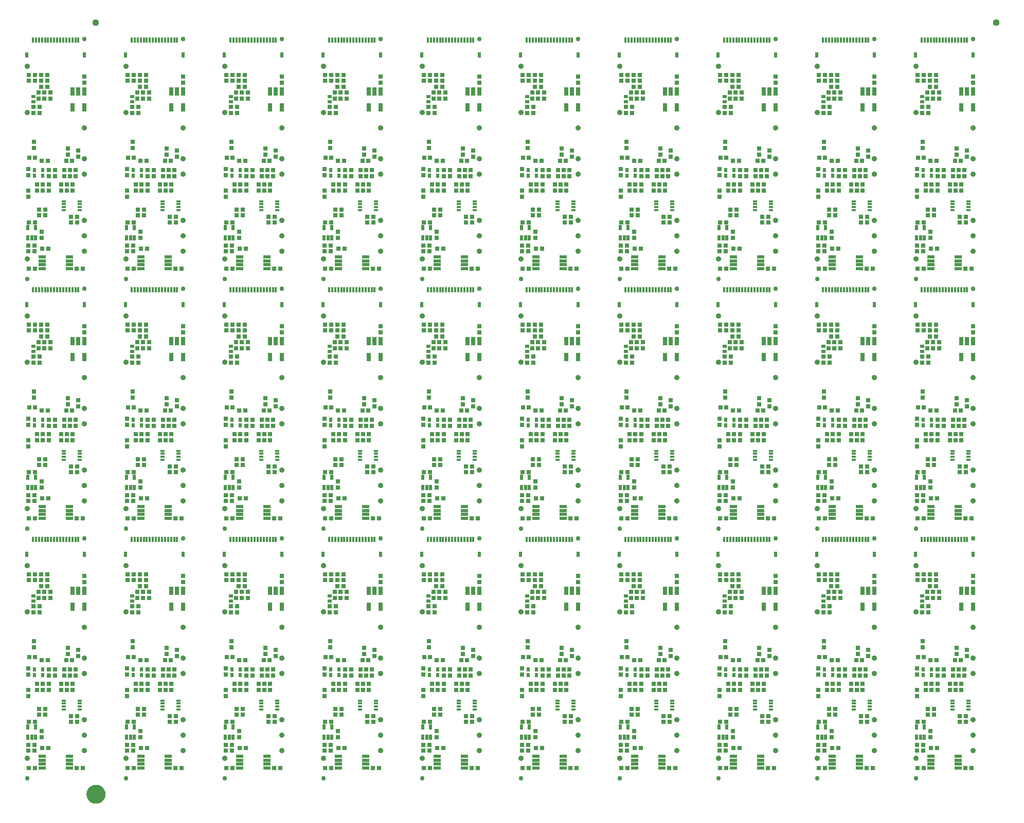
<source format=gbs>
G04 EAGLE Gerber RS-274X export*
G75*
%MOMM*%
%FSLAX34Y34*%
%LPD*%
%INSoldermask Bottom*%
%IPPOS*%
%AMOC8*
5,1,8,0,0,1.08239X$1,22.5*%
G01*
%ADD10C,0.762000*%
%ADD11R,0.727000X0.727000*%
%ADD12R,0.527000X0.877000*%
%ADD13R,0.627000X0.677000*%
%ADD14R,0.787400X0.482600*%
%ADD15R,0.677000X1.327000*%
%ADD16R,0.727000X0.377000*%
%ADD17R,0.427000X0.927000*%
%ADD18R,0.527000X0.927000*%
%ADD19C,0.889000*%
%ADD20R,1.227000X0.527000*%
%ADD21C,1.127000*%
%ADD22C,1.270000*%
%ADD23C,1.627000*%


D10*
X100330Y400050D03*
X6350Y5080D03*
D11*
X8970Y98425D03*
X18970Y98425D03*
D12*
X20470Y73030D03*
X13970Y73030D03*
X7470Y73030D03*
X7470Y89530D03*
X20470Y89530D03*
D11*
X18335Y60325D03*
X8335Y60325D03*
X18970Y21590D03*
X8970Y21590D03*
X80565Y200025D03*
X70565Y200025D03*
X90805Y206455D03*
X90805Y216455D03*
X73660Y210265D03*
X73660Y220265D03*
X86360Y184705D03*
X86360Y174705D03*
X67310Y184705D03*
X67310Y174705D03*
X76835Y184705D03*
X76835Y174705D03*
X36115Y119380D03*
X26115Y119380D03*
X26115Y109855D03*
X36115Y109855D03*
X17780Y221060D03*
X17780Y231060D03*
X30560Y200025D03*
X40560Y200025D03*
X19605Y204470D03*
X9605Y204470D03*
X8382Y150415D03*
X8382Y140415D03*
X41910Y160575D03*
X41910Y150575D03*
X22860Y160575D03*
X22860Y150575D03*
X32385Y160575D03*
X32385Y150575D03*
D13*
X32400Y184455D03*
X32400Y174955D03*
X18400Y174955D03*
X18400Y184455D03*
D11*
X52070Y184705D03*
X52070Y174705D03*
X42545Y184705D03*
X42545Y174705D03*
X8255Y176229D03*
X8255Y186229D03*
X18970Y340995D03*
X8970Y340995D03*
X8970Y331470D03*
X18970Y331470D03*
X17145Y278210D03*
X17145Y288210D03*
X26670Y278210D03*
X26670Y288210D03*
D14*
X16510Y305943D03*
X16510Y297307D03*
D11*
X34925Y302340D03*
X34925Y312340D03*
X44450Y302340D03*
X44450Y312340D03*
X29290Y321945D03*
X39290Y321945D03*
X29290Y331470D03*
X39290Y331470D03*
X29290Y340995D03*
X39290Y340995D03*
X25400Y302340D03*
X25400Y312340D03*
X62230Y160575D03*
X62230Y150575D03*
X81280Y160575D03*
X81280Y150575D03*
X71755Y160575D03*
X71755Y150575D03*
X87710Y21590D03*
X97710Y21590D03*
D15*
X81305Y313991D03*
X90805Y313991D03*
X100305Y313991D03*
X100305Y287989D03*
X81305Y287989D03*
D11*
X18335Y50800D03*
X8335Y50800D03*
X30480Y72470D03*
X30480Y82470D03*
X100330Y328375D03*
X100330Y338375D03*
D16*
X93260Y133230D03*
X93260Y128230D03*
X93260Y123230D03*
X93260Y118230D03*
X66760Y118230D03*
X66760Y123230D03*
X66760Y128230D03*
X66760Y133230D03*
D11*
X88820Y97790D03*
X78820Y97790D03*
X88820Y107315D03*
X78820Y107315D03*
D17*
X90840Y398945D03*
X85840Y398945D03*
D18*
X100840Y373945D03*
X5840Y373945D03*
D17*
X80840Y398945D03*
X75840Y398945D03*
X70840Y398945D03*
X65840Y398945D03*
X60840Y398945D03*
X55840Y398945D03*
X50840Y398945D03*
X45840Y398945D03*
X40840Y398945D03*
X35840Y398945D03*
X30840Y398945D03*
X25840Y398945D03*
X20840Y398945D03*
X15840Y398945D03*
D19*
X100330Y177800D03*
X100330Y101600D03*
X100330Y76200D03*
X100330Y50800D03*
X100330Y254000D03*
X6350Y279400D03*
X6350Y355600D03*
X100330Y203200D03*
D20*
X75840Y41500D03*
X75840Y35000D03*
X75840Y28500D03*
X75840Y22000D03*
X30840Y22000D03*
X30840Y28500D03*
X30840Y35000D03*
X30840Y41500D03*
D11*
X31195Y55245D03*
X41195Y55245D03*
D19*
X6350Y38100D03*
D10*
X262890Y400050D03*
X168910Y5080D03*
D11*
X171530Y98425D03*
X181530Y98425D03*
D12*
X183030Y73030D03*
X176530Y73030D03*
X170030Y73030D03*
X170030Y89530D03*
X183030Y89530D03*
D11*
X180895Y60325D03*
X170895Y60325D03*
X181530Y21590D03*
X171530Y21590D03*
X243125Y200025D03*
X233125Y200025D03*
X253365Y206455D03*
X253365Y216455D03*
X236220Y210265D03*
X236220Y220265D03*
X248920Y184705D03*
X248920Y174705D03*
X229870Y184705D03*
X229870Y174705D03*
X239395Y184705D03*
X239395Y174705D03*
X198675Y119380D03*
X188675Y119380D03*
X188675Y109855D03*
X198675Y109855D03*
X180340Y221060D03*
X180340Y231060D03*
X193120Y200025D03*
X203120Y200025D03*
X182165Y204470D03*
X172165Y204470D03*
X170942Y150415D03*
X170942Y140415D03*
X204470Y160575D03*
X204470Y150575D03*
X185420Y160575D03*
X185420Y150575D03*
X194945Y160575D03*
X194945Y150575D03*
D13*
X194960Y184455D03*
X194960Y174955D03*
X180960Y174955D03*
X180960Y184455D03*
D11*
X214630Y184705D03*
X214630Y174705D03*
X205105Y184705D03*
X205105Y174705D03*
X170815Y176229D03*
X170815Y186229D03*
X181530Y340995D03*
X171530Y340995D03*
X171530Y331470D03*
X181530Y331470D03*
X179705Y278210D03*
X179705Y288210D03*
X189230Y278210D03*
X189230Y288210D03*
D14*
X179070Y305943D03*
X179070Y297307D03*
D11*
X197485Y302340D03*
X197485Y312340D03*
X207010Y302340D03*
X207010Y312340D03*
X191850Y321945D03*
X201850Y321945D03*
X191850Y331470D03*
X201850Y331470D03*
X191850Y340995D03*
X201850Y340995D03*
X187960Y302340D03*
X187960Y312340D03*
X224790Y160575D03*
X224790Y150575D03*
X243840Y160575D03*
X243840Y150575D03*
X234315Y160575D03*
X234315Y150575D03*
X250270Y21590D03*
X260270Y21590D03*
D15*
X243865Y313991D03*
X253365Y313991D03*
X262865Y313991D03*
X262865Y287989D03*
X243865Y287989D03*
D11*
X180895Y50800D03*
X170895Y50800D03*
X193040Y72470D03*
X193040Y82470D03*
X262890Y328375D03*
X262890Y338375D03*
D16*
X255820Y133230D03*
X255820Y128230D03*
X255820Y123230D03*
X255820Y118230D03*
X229320Y118230D03*
X229320Y123230D03*
X229320Y128230D03*
X229320Y133230D03*
D11*
X251380Y97790D03*
X241380Y97790D03*
X251380Y107315D03*
X241380Y107315D03*
D17*
X253400Y398945D03*
X248400Y398945D03*
D18*
X263400Y373945D03*
X168400Y373945D03*
D17*
X243400Y398945D03*
X238400Y398945D03*
X233400Y398945D03*
X228400Y398945D03*
X223400Y398945D03*
X218400Y398945D03*
X213400Y398945D03*
X208400Y398945D03*
X203400Y398945D03*
X198400Y398945D03*
X193400Y398945D03*
X188400Y398945D03*
X183400Y398945D03*
X178400Y398945D03*
D19*
X262890Y177800D03*
X262890Y101600D03*
X262890Y76200D03*
X262890Y50800D03*
X262890Y254000D03*
X168910Y279400D03*
X168910Y355600D03*
X262890Y203200D03*
D20*
X238400Y41500D03*
X238400Y35000D03*
X238400Y28500D03*
X238400Y22000D03*
X193400Y22000D03*
X193400Y28500D03*
X193400Y35000D03*
X193400Y41500D03*
D11*
X193755Y55245D03*
X203755Y55245D03*
D19*
X168910Y38100D03*
D10*
X425450Y400050D03*
X331470Y5080D03*
D11*
X334090Y98425D03*
X344090Y98425D03*
D12*
X345590Y73030D03*
X339090Y73030D03*
X332590Y73030D03*
X332590Y89530D03*
X345590Y89530D03*
D11*
X343455Y60325D03*
X333455Y60325D03*
X344090Y21590D03*
X334090Y21590D03*
X405685Y200025D03*
X395685Y200025D03*
X415925Y206455D03*
X415925Y216455D03*
X398780Y210265D03*
X398780Y220265D03*
X411480Y184705D03*
X411480Y174705D03*
X392430Y184705D03*
X392430Y174705D03*
X401955Y184705D03*
X401955Y174705D03*
X361235Y119380D03*
X351235Y119380D03*
X351235Y109855D03*
X361235Y109855D03*
X342900Y221060D03*
X342900Y231060D03*
X355680Y200025D03*
X365680Y200025D03*
X344725Y204470D03*
X334725Y204470D03*
X333502Y150415D03*
X333502Y140415D03*
X367030Y160575D03*
X367030Y150575D03*
X347980Y160575D03*
X347980Y150575D03*
X357505Y160575D03*
X357505Y150575D03*
D13*
X357520Y184455D03*
X357520Y174955D03*
X343520Y174955D03*
X343520Y184455D03*
D11*
X377190Y184705D03*
X377190Y174705D03*
X367665Y184705D03*
X367665Y174705D03*
X333375Y176229D03*
X333375Y186229D03*
X344090Y340995D03*
X334090Y340995D03*
X334090Y331470D03*
X344090Y331470D03*
X342265Y278210D03*
X342265Y288210D03*
X351790Y278210D03*
X351790Y288210D03*
D14*
X341630Y305943D03*
X341630Y297307D03*
D11*
X360045Y302340D03*
X360045Y312340D03*
X369570Y302340D03*
X369570Y312340D03*
X354410Y321945D03*
X364410Y321945D03*
X354410Y331470D03*
X364410Y331470D03*
X354410Y340995D03*
X364410Y340995D03*
X350520Y302340D03*
X350520Y312340D03*
X387350Y160575D03*
X387350Y150575D03*
X406400Y160575D03*
X406400Y150575D03*
X396875Y160575D03*
X396875Y150575D03*
X412830Y21590D03*
X422830Y21590D03*
D15*
X406425Y313991D03*
X415925Y313991D03*
X425425Y313991D03*
X425425Y287989D03*
X406425Y287989D03*
D11*
X343455Y50800D03*
X333455Y50800D03*
X355600Y72470D03*
X355600Y82470D03*
X425450Y328375D03*
X425450Y338375D03*
D16*
X418380Y133230D03*
X418380Y128230D03*
X418380Y123230D03*
X418380Y118230D03*
X391880Y118230D03*
X391880Y123230D03*
X391880Y128230D03*
X391880Y133230D03*
D11*
X413940Y97790D03*
X403940Y97790D03*
X413940Y107315D03*
X403940Y107315D03*
D17*
X415960Y398945D03*
X410960Y398945D03*
D18*
X425960Y373945D03*
X330960Y373945D03*
D17*
X405960Y398945D03*
X400960Y398945D03*
X395960Y398945D03*
X390960Y398945D03*
X385960Y398945D03*
X380960Y398945D03*
X375960Y398945D03*
X370960Y398945D03*
X365960Y398945D03*
X360960Y398945D03*
X355960Y398945D03*
X350960Y398945D03*
X345960Y398945D03*
X340960Y398945D03*
D19*
X425450Y177800D03*
X425450Y101600D03*
X425450Y76200D03*
X425450Y50800D03*
X425450Y254000D03*
X331470Y279400D03*
X331470Y355600D03*
X425450Y203200D03*
D20*
X400960Y41500D03*
X400960Y35000D03*
X400960Y28500D03*
X400960Y22000D03*
X355960Y22000D03*
X355960Y28500D03*
X355960Y35000D03*
X355960Y41500D03*
D11*
X356315Y55245D03*
X366315Y55245D03*
D19*
X331470Y38100D03*
D10*
X588010Y400050D03*
X494030Y5080D03*
D11*
X496650Y98425D03*
X506650Y98425D03*
D12*
X508150Y73030D03*
X501650Y73030D03*
X495150Y73030D03*
X495150Y89530D03*
X508150Y89530D03*
D11*
X506015Y60325D03*
X496015Y60325D03*
X506650Y21590D03*
X496650Y21590D03*
X568245Y200025D03*
X558245Y200025D03*
X578485Y206455D03*
X578485Y216455D03*
X561340Y210265D03*
X561340Y220265D03*
X574040Y184705D03*
X574040Y174705D03*
X554990Y184705D03*
X554990Y174705D03*
X564515Y184705D03*
X564515Y174705D03*
X523795Y119380D03*
X513795Y119380D03*
X513795Y109855D03*
X523795Y109855D03*
X505460Y221060D03*
X505460Y231060D03*
X518240Y200025D03*
X528240Y200025D03*
X507285Y204470D03*
X497285Y204470D03*
X496062Y150415D03*
X496062Y140415D03*
X529590Y160575D03*
X529590Y150575D03*
X510540Y160575D03*
X510540Y150575D03*
X520065Y160575D03*
X520065Y150575D03*
D13*
X520080Y184455D03*
X520080Y174955D03*
X506080Y174955D03*
X506080Y184455D03*
D11*
X539750Y184705D03*
X539750Y174705D03*
X530225Y184705D03*
X530225Y174705D03*
X495935Y176229D03*
X495935Y186229D03*
X506650Y340995D03*
X496650Y340995D03*
X496650Y331470D03*
X506650Y331470D03*
X504825Y278210D03*
X504825Y288210D03*
X514350Y278210D03*
X514350Y288210D03*
D14*
X504190Y305943D03*
X504190Y297307D03*
D11*
X522605Y302340D03*
X522605Y312340D03*
X532130Y302340D03*
X532130Y312340D03*
X516970Y321945D03*
X526970Y321945D03*
X516970Y331470D03*
X526970Y331470D03*
X516970Y340995D03*
X526970Y340995D03*
X513080Y302340D03*
X513080Y312340D03*
X549910Y160575D03*
X549910Y150575D03*
X568960Y160575D03*
X568960Y150575D03*
X559435Y160575D03*
X559435Y150575D03*
X575390Y21590D03*
X585390Y21590D03*
D15*
X568985Y313991D03*
X578485Y313991D03*
X587985Y313991D03*
X587985Y287989D03*
X568985Y287989D03*
D11*
X506015Y50800D03*
X496015Y50800D03*
X518160Y72470D03*
X518160Y82470D03*
X588010Y328375D03*
X588010Y338375D03*
D16*
X580940Y133230D03*
X580940Y128230D03*
X580940Y123230D03*
X580940Y118230D03*
X554440Y118230D03*
X554440Y123230D03*
X554440Y128230D03*
X554440Y133230D03*
D11*
X576500Y97790D03*
X566500Y97790D03*
X576500Y107315D03*
X566500Y107315D03*
D17*
X578520Y398945D03*
X573520Y398945D03*
D18*
X588520Y373945D03*
X493520Y373945D03*
D17*
X568520Y398945D03*
X563520Y398945D03*
X558520Y398945D03*
X553520Y398945D03*
X548520Y398945D03*
X543520Y398945D03*
X538520Y398945D03*
X533520Y398945D03*
X528520Y398945D03*
X523520Y398945D03*
X518520Y398945D03*
X513520Y398945D03*
X508520Y398945D03*
X503520Y398945D03*
D19*
X588010Y177800D03*
X588010Y101600D03*
X588010Y76200D03*
X588010Y50800D03*
X588010Y254000D03*
X494030Y279400D03*
X494030Y355600D03*
X588010Y203200D03*
D20*
X563520Y41500D03*
X563520Y35000D03*
X563520Y28500D03*
X563520Y22000D03*
X518520Y22000D03*
X518520Y28500D03*
X518520Y35000D03*
X518520Y41500D03*
D11*
X518875Y55245D03*
X528875Y55245D03*
D19*
X494030Y38100D03*
D10*
X750570Y400050D03*
X656590Y5080D03*
D11*
X659210Y98425D03*
X669210Y98425D03*
D12*
X670710Y73030D03*
X664210Y73030D03*
X657710Y73030D03*
X657710Y89530D03*
X670710Y89530D03*
D11*
X668575Y60325D03*
X658575Y60325D03*
X669210Y21590D03*
X659210Y21590D03*
X730805Y200025D03*
X720805Y200025D03*
X741045Y206455D03*
X741045Y216455D03*
X723900Y210265D03*
X723900Y220265D03*
X736600Y184705D03*
X736600Y174705D03*
X717550Y184705D03*
X717550Y174705D03*
X727075Y184705D03*
X727075Y174705D03*
X686355Y119380D03*
X676355Y119380D03*
X676355Y109855D03*
X686355Y109855D03*
X668020Y221060D03*
X668020Y231060D03*
X680800Y200025D03*
X690800Y200025D03*
X669845Y204470D03*
X659845Y204470D03*
X658622Y150415D03*
X658622Y140415D03*
X692150Y160575D03*
X692150Y150575D03*
X673100Y160575D03*
X673100Y150575D03*
X682625Y160575D03*
X682625Y150575D03*
D13*
X682640Y184455D03*
X682640Y174955D03*
X668640Y174955D03*
X668640Y184455D03*
D11*
X702310Y184705D03*
X702310Y174705D03*
X692785Y184705D03*
X692785Y174705D03*
X658495Y176229D03*
X658495Y186229D03*
X669210Y340995D03*
X659210Y340995D03*
X659210Y331470D03*
X669210Y331470D03*
X667385Y278210D03*
X667385Y288210D03*
X676910Y278210D03*
X676910Y288210D03*
D14*
X666750Y305943D03*
X666750Y297307D03*
D11*
X685165Y302340D03*
X685165Y312340D03*
X694690Y302340D03*
X694690Y312340D03*
X679530Y321945D03*
X689530Y321945D03*
X679530Y331470D03*
X689530Y331470D03*
X679530Y340995D03*
X689530Y340995D03*
X675640Y302340D03*
X675640Y312340D03*
X712470Y160575D03*
X712470Y150575D03*
X731520Y160575D03*
X731520Y150575D03*
X721995Y160575D03*
X721995Y150575D03*
X737950Y21590D03*
X747950Y21590D03*
D15*
X731545Y313991D03*
X741045Y313991D03*
X750545Y313991D03*
X750545Y287989D03*
X731545Y287989D03*
D11*
X668575Y50800D03*
X658575Y50800D03*
X680720Y72470D03*
X680720Y82470D03*
X750570Y328375D03*
X750570Y338375D03*
D16*
X743500Y133230D03*
X743500Y128230D03*
X743500Y123230D03*
X743500Y118230D03*
X717000Y118230D03*
X717000Y123230D03*
X717000Y128230D03*
X717000Y133230D03*
D11*
X739060Y97790D03*
X729060Y97790D03*
X739060Y107315D03*
X729060Y107315D03*
D17*
X741080Y398945D03*
X736080Y398945D03*
D18*
X751080Y373945D03*
X656080Y373945D03*
D17*
X731080Y398945D03*
X726080Y398945D03*
X721080Y398945D03*
X716080Y398945D03*
X711080Y398945D03*
X706080Y398945D03*
X701080Y398945D03*
X696080Y398945D03*
X691080Y398945D03*
X686080Y398945D03*
X681080Y398945D03*
X676080Y398945D03*
X671080Y398945D03*
X666080Y398945D03*
D19*
X750570Y177800D03*
X750570Y101600D03*
X750570Y76200D03*
X750570Y50800D03*
X750570Y254000D03*
X656590Y279400D03*
X656590Y355600D03*
X750570Y203200D03*
D20*
X726080Y41500D03*
X726080Y35000D03*
X726080Y28500D03*
X726080Y22000D03*
X681080Y22000D03*
X681080Y28500D03*
X681080Y35000D03*
X681080Y41500D03*
D11*
X681435Y55245D03*
X691435Y55245D03*
D19*
X656590Y38100D03*
D10*
X913130Y400050D03*
X819150Y5080D03*
D11*
X821770Y98425D03*
X831770Y98425D03*
D12*
X833270Y73030D03*
X826770Y73030D03*
X820270Y73030D03*
X820270Y89530D03*
X833270Y89530D03*
D11*
X831135Y60325D03*
X821135Y60325D03*
X831770Y21590D03*
X821770Y21590D03*
X893365Y200025D03*
X883365Y200025D03*
X903605Y206455D03*
X903605Y216455D03*
X886460Y210265D03*
X886460Y220265D03*
X899160Y184705D03*
X899160Y174705D03*
X880110Y184705D03*
X880110Y174705D03*
X889635Y184705D03*
X889635Y174705D03*
X848915Y119380D03*
X838915Y119380D03*
X838915Y109855D03*
X848915Y109855D03*
X830580Y221060D03*
X830580Y231060D03*
X843360Y200025D03*
X853360Y200025D03*
X832405Y204470D03*
X822405Y204470D03*
X821182Y150415D03*
X821182Y140415D03*
X854710Y160575D03*
X854710Y150575D03*
X835660Y160575D03*
X835660Y150575D03*
X845185Y160575D03*
X845185Y150575D03*
D13*
X845200Y184455D03*
X845200Y174955D03*
X831200Y174955D03*
X831200Y184455D03*
D11*
X864870Y184705D03*
X864870Y174705D03*
X855345Y184705D03*
X855345Y174705D03*
X821055Y176229D03*
X821055Y186229D03*
X831770Y340995D03*
X821770Y340995D03*
X821770Y331470D03*
X831770Y331470D03*
X829945Y278210D03*
X829945Y288210D03*
X839470Y278210D03*
X839470Y288210D03*
D14*
X829310Y305943D03*
X829310Y297307D03*
D11*
X847725Y302340D03*
X847725Y312340D03*
X857250Y302340D03*
X857250Y312340D03*
X842090Y321945D03*
X852090Y321945D03*
X842090Y331470D03*
X852090Y331470D03*
X842090Y340995D03*
X852090Y340995D03*
X838200Y302340D03*
X838200Y312340D03*
X875030Y160575D03*
X875030Y150575D03*
X894080Y160575D03*
X894080Y150575D03*
X884555Y160575D03*
X884555Y150575D03*
X900510Y21590D03*
X910510Y21590D03*
D15*
X894105Y313991D03*
X903605Y313991D03*
X913105Y313991D03*
X913105Y287989D03*
X894105Y287989D03*
D11*
X831135Y50800D03*
X821135Y50800D03*
X843280Y72470D03*
X843280Y82470D03*
X913130Y328375D03*
X913130Y338375D03*
D16*
X906060Y133230D03*
X906060Y128230D03*
X906060Y123230D03*
X906060Y118230D03*
X879560Y118230D03*
X879560Y123230D03*
X879560Y128230D03*
X879560Y133230D03*
D11*
X901620Y97790D03*
X891620Y97790D03*
X901620Y107315D03*
X891620Y107315D03*
D17*
X903640Y398945D03*
X898640Y398945D03*
D18*
X913640Y373945D03*
X818640Y373945D03*
D17*
X893640Y398945D03*
X888640Y398945D03*
X883640Y398945D03*
X878640Y398945D03*
X873640Y398945D03*
X868640Y398945D03*
X863640Y398945D03*
X858640Y398945D03*
X853640Y398945D03*
X848640Y398945D03*
X843640Y398945D03*
X838640Y398945D03*
X833640Y398945D03*
X828640Y398945D03*
D19*
X913130Y177800D03*
X913130Y101600D03*
X913130Y76200D03*
X913130Y50800D03*
X913130Y254000D03*
X819150Y279400D03*
X819150Y355600D03*
X913130Y203200D03*
D20*
X888640Y41500D03*
X888640Y35000D03*
X888640Y28500D03*
X888640Y22000D03*
X843640Y22000D03*
X843640Y28500D03*
X843640Y35000D03*
X843640Y41500D03*
D11*
X843995Y55245D03*
X853995Y55245D03*
D19*
X819150Y38100D03*
D10*
X1075690Y400050D03*
X981710Y5080D03*
D11*
X984330Y98425D03*
X994330Y98425D03*
D12*
X995830Y73030D03*
X989330Y73030D03*
X982830Y73030D03*
X982830Y89530D03*
X995830Y89530D03*
D11*
X993695Y60325D03*
X983695Y60325D03*
X994330Y21590D03*
X984330Y21590D03*
X1055925Y200025D03*
X1045925Y200025D03*
X1066165Y206455D03*
X1066165Y216455D03*
X1049020Y210265D03*
X1049020Y220265D03*
X1061720Y184705D03*
X1061720Y174705D03*
X1042670Y184705D03*
X1042670Y174705D03*
X1052195Y184705D03*
X1052195Y174705D03*
X1011475Y119380D03*
X1001475Y119380D03*
X1001475Y109855D03*
X1011475Y109855D03*
X993140Y221060D03*
X993140Y231060D03*
X1005920Y200025D03*
X1015920Y200025D03*
X994965Y204470D03*
X984965Y204470D03*
X983742Y150415D03*
X983742Y140415D03*
X1017270Y160575D03*
X1017270Y150575D03*
X998220Y160575D03*
X998220Y150575D03*
X1007745Y160575D03*
X1007745Y150575D03*
D13*
X1007760Y184455D03*
X1007760Y174955D03*
X993760Y174955D03*
X993760Y184455D03*
D11*
X1027430Y184705D03*
X1027430Y174705D03*
X1017905Y184705D03*
X1017905Y174705D03*
X983615Y176229D03*
X983615Y186229D03*
X994330Y340995D03*
X984330Y340995D03*
X984330Y331470D03*
X994330Y331470D03*
X992505Y278210D03*
X992505Y288210D03*
X1002030Y278210D03*
X1002030Y288210D03*
D14*
X991870Y305943D03*
X991870Y297307D03*
D11*
X1010285Y302340D03*
X1010285Y312340D03*
X1019810Y302340D03*
X1019810Y312340D03*
X1004650Y321945D03*
X1014650Y321945D03*
X1004650Y331470D03*
X1014650Y331470D03*
X1004650Y340995D03*
X1014650Y340995D03*
X1000760Y302340D03*
X1000760Y312340D03*
X1037590Y160575D03*
X1037590Y150575D03*
X1056640Y160575D03*
X1056640Y150575D03*
X1047115Y160575D03*
X1047115Y150575D03*
X1063070Y21590D03*
X1073070Y21590D03*
D15*
X1056665Y313991D03*
X1066165Y313991D03*
X1075665Y313991D03*
X1075665Y287989D03*
X1056665Y287989D03*
D11*
X993695Y50800D03*
X983695Y50800D03*
X1005840Y72470D03*
X1005840Y82470D03*
X1075690Y328375D03*
X1075690Y338375D03*
D16*
X1068620Y133230D03*
X1068620Y128230D03*
X1068620Y123230D03*
X1068620Y118230D03*
X1042120Y118230D03*
X1042120Y123230D03*
X1042120Y128230D03*
X1042120Y133230D03*
D11*
X1064180Y97790D03*
X1054180Y97790D03*
X1064180Y107315D03*
X1054180Y107315D03*
D17*
X1066200Y398945D03*
X1061200Y398945D03*
D18*
X1076200Y373945D03*
X981200Y373945D03*
D17*
X1056200Y398945D03*
X1051200Y398945D03*
X1046200Y398945D03*
X1041200Y398945D03*
X1036200Y398945D03*
X1031200Y398945D03*
X1026200Y398945D03*
X1021200Y398945D03*
X1016200Y398945D03*
X1011200Y398945D03*
X1006200Y398945D03*
X1001200Y398945D03*
X996200Y398945D03*
X991200Y398945D03*
D19*
X1075690Y177800D03*
X1075690Y101600D03*
X1075690Y76200D03*
X1075690Y50800D03*
X1075690Y254000D03*
X981710Y279400D03*
X981710Y355600D03*
X1075690Y203200D03*
D20*
X1051200Y41500D03*
X1051200Y35000D03*
X1051200Y28500D03*
X1051200Y22000D03*
X1006200Y22000D03*
X1006200Y28500D03*
X1006200Y35000D03*
X1006200Y41500D03*
D11*
X1006555Y55245D03*
X1016555Y55245D03*
D19*
X981710Y38100D03*
D10*
X1238250Y400050D03*
X1144270Y5080D03*
D11*
X1146890Y98425D03*
X1156890Y98425D03*
D12*
X1158390Y73030D03*
X1151890Y73030D03*
X1145390Y73030D03*
X1145390Y89530D03*
X1158390Y89530D03*
D11*
X1156255Y60325D03*
X1146255Y60325D03*
X1156890Y21590D03*
X1146890Y21590D03*
X1218485Y200025D03*
X1208485Y200025D03*
X1228725Y206455D03*
X1228725Y216455D03*
X1211580Y210265D03*
X1211580Y220265D03*
X1224280Y184705D03*
X1224280Y174705D03*
X1205230Y184705D03*
X1205230Y174705D03*
X1214755Y184705D03*
X1214755Y174705D03*
X1174035Y119380D03*
X1164035Y119380D03*
X1164035Y109855D03*
X1174035Y109855D03*
X1155700Y221060D03*
X1155700Y231060D03*
X1168480Y200025D03*
X1178480Y200025D03*
X1157525Y204470D03*
X1147525Y204470D03*
X1146302Y150415D03*
X1146302Y140415D03*
X1179830Y160575D03*
X1179830Y150575D03*
X1160780Y160575D03*
X1160780Y150575D03*
X1170305Y160575D03*
X1170305Y150575D03*
D13*
X1170320Y184455D03*
X1170320Y174955D03*
X1156320Y174955D03*
X1156320Y184455D03*
D11*
X1189990Y184705D03*
X1189990Y174705D03*
X1180465Y184705D03*
X1180465Y174705D03*
X1146175Y176229D03*
X1146175Y186229D03*
X1156890Y340995D03*
X1146890Y340995D03*
X1146890Y331470D03*
X1156890Y331470D03*
X1155065Y278210D03*
X1155065Y288210D03*
X1164590Y278210D03*
X1164590Y288210D03*
D14*
X1154430Y305943D03*
X1154430Y297307D03*
D11*
X1172845Y302340D03*
X1172845Y312340D03*
X1182370Y302340D03*
X1182370Y312340D03*
X1167210Y321945D03*
X1177210Y321945D03*
X1167210Y331470D03*
X1177210Y331470D03*
X1167210Y340995D03*
X1177210Y340995D03*
X1163320Y302340D03*
X1163320Y312340D03*
X1200150Y160575D03*
X1200150Y150575D03*
X1219200Y160575D03*
X1219200Y150575D03*
X1209675Y160575D03*
X1209675Y150575D03*
X1225630Y21590D03*
X1235630Y21590D03*
D15*
X1219225Y313991D03*
X1228725Y313991D03*
X1238225Y313991D03*
X1238225Y287989D03*
X1219225Y287989D03*
D11*
X1156255Y50800D03*
X1146255Y50800D03*
X1168400Y72470D03*
X1168400Y82470D03*
X1238250Y328375D03*
X1238250Y338375D03*
D16*
X1231180Y133230D03*
X1231180Y128230D03*
X1231180Y123230D03*
X1231180Y118230D03*
X1204680Y118230D03*
X1204680Y123230D03*
X1204680Y128230D03*
X1204680Y133230D03*
D11*
X1226740Y97790D03*
X1216740Y97790D03*
X1226740Y107315D03*
X1216740Y107315D03*
D17*
X1228760Y398945D03*
X1223760Y398945D03*
D18*
X1238760Y373945D03*
X1143760Y373945D03*
D17*
X1218760Y398945D03*
X1213760Y398945D03*
X1208760Y398945D03*
X1203760Y398945D03*
X1198760Y398945D03*
X1193760Y398945D03*
X1188760Y398945D03*
X1183760Y398945D03*
X1178760Y398945D03*
X1173760Y398945D03*
X1168760Y398945D03*
X1163760Y398945D03*
X1158760Y398945D03*
X1153760Y398945D03*
D19*
X1238250Y177800D03*
X1238250Y101600D03*
X1238250Y76200D03*
X1238250Y50800D03*
X1238250Y254000D03*
X1144270Y279400D03*
X1144270Y355600D03*
X1238250Y203200D03*
D20*
X1213760Y41500D03*
X1213760Y35000D03*
X1213760Y28500D03*
X1213760Y22000D03*
X1168760Y22000D03*
X1168760Y28500D03*
X1168760Y35000D03*
X1168760Y41500D03*
D11*
X1169115Y55245D03*
X1179115Y55245D03*
D19*
X1144270Y38100D03*
D10*
X1400810Y400050D03*
X1306830Y5080D03*
D11*
X1309450Y98425D03*
X1319450Y98425D03*
D12*
X1320950Y73030D03*
X1314450Y73030D03*
X1307950Y73030D03*
X1307950Y89530D03*
X1320950Y89530D03*
D11*
X1318815Y60325D03*
X1308815Y60325D03*
X1319450Y21590D03*
X1309450Y21590D03*
X1381045Y200025D03*
X1371045Y200025D03*
X1391285Y206455D03*
X1391285Y216455D03*
X1374140Y210265D03*
X1374140Y220265D03*
X1386840Y184705D03*
X1386840Y174705D03*
X1367790Y184705D03*
X1367790Y174705D03*
X1377315Y184705D03*
X1377315Y174705D03*
X1336595Y119380D03*
X1326595Y119380D03*
X1326595Y109855D03*
X1336595Y109855D03*
X1318260Y221060D03*
X1318260Y231060D03*
X1331040Y200025D03*
X1341040Y200025D03*
X1320085Y204470D03*
X1310085Y204470D03*
X1308862Y150415D03*
X1308862Y140415D03*
X1342390Y160575D03*
X1342390Y150575D03*
X1323340Y160575D03*
X1323340Y150575D03*
X1332865Y160575D03*
X1332865Y150575D03*
D13*
X1332880Y184455D03*
X1332880Y174955D03*
X1318880Y174955D03*
X1318880Y184455D03*
D11*
X1352550Y184705D03*
X1352550Y174705D03*
X1343025Y184705D03*
X1343025Y174705D03*
X1308735Y176229D03*
X1308735Y186229D03*
X1319450Y340995D03*
X1309450Y340995D03*
X1309450Y331470D03*
X1319450Y331470D03*
X1317625Y278210D03*
X1317625Y288210D03*
X1327150Y278210D03*
X1327150Y288210D03*
D14*
X1316990Y305943D03*
X1316990Y297307D03*
D11*
X1335405Y302340D03*
X1335405Y312340D03*
X1344930Y302340D03*
X1344930Y312340D03*
X1329770Y321945D03*
X1339770Y321945D03*
X1329770Y331470D03*
X1339770Y331470D03*
X1329770Y340995D03*
X1339770Y340995D03*
X1325880Y302340D03*
X1325880Y312340D03*
X1362710Y160575D03*
X1362710Y150575D03*
X1381760Y160575D03*
X1381760Y150575D03*
X1372235Y160575D03*
X1372235Y150575D03*
X1388190Y21590D03*
X1398190Y21590D03*
D15*
X1381785Y313991D03*
X1391285Y313991D03*
X1400785Y313991D03*
X1400785Y287989D03*
X1381785Y287989D03*
D11*
X1318815Y50800D03*
X1308815Y50800D03*
X1330960Y72470D03*
X1330960Y82470D03*
X1400810Y328375D03*
X1400810Y338375D03*
D16*
X1393740Y133230D03*
X1393740Y128230D03*
X1393740Y123230D03*
X1393740Y118230D03*
X1367240Y118230D03*
X1367240Y123230D03*
X1367240Y128230D03*
X1367240Y133230D03*
D11*
X1389300Y97790D03*
X1379300Y97790D03*
X1389300Y107315D03*
X1379300Y107315D03*
D17*
X1391320Y398945D03*
X1386320Y398945D03*
D18*
X1401320Y373945D03*
X1306320Y373945D03*
D17*
X1381320Y398945D03*
X1376320Y398945D03*
X1371320Y398945D03*
X1366320Y398945D03*
X1361320Y398945D03*
X1356320Y398945D03*
X1351320Y398945D03*
X1346320Y398945D03*
X1341320Y398945D03*
X1336320Y398945D03*
X1331320Y398945D03*
X1326320Y398945D03*
X1321320Y398945D03*
X1316320Y398945D03*
D19*
X1400810Y177800D03*
X1400810Y101600D03*
X1400810Y76200D03*
X1400810Y50800D03*
X1400810Y254000D03*
X1306830Y279400D03*
X1306830Y355600D03*
X1400810Y203200D03*
D20*
X1376320Y41500D03*
X1376320Y35000D03*
X1376320Y28500D03*
X1376320Y22000D03*
X1331320Y22000D03*
X1331320Y28500D03*
X1331320Y35000D03*
X1331320Y41500D03*
D11*
X1331675Y55245D03*
X1341675Y55245D03*
D19*
X1306830Y38100D03*
D10*
X1563370Y400050D03*
X1469390Y5080D03*
D11*
X1472010Y98425D03*
X1482010Y98425D03*
D12*
X1483510Y73030D03*
X1477010Y73030D03*
X1470510Y73030D03*
X1470510Y89530D03*
X1483510Y89530D03*
D11*
X1481375Y60325D03*
X1471375Y60325D03*
X1482010Y21590D03*
X1472010Y21590D03*
X1543605Y200025D03*
X1533605Y200025D03*
X1553845Y206455D03*
X1553845Y216455D03*
X1536700Y210265D03*
X1536700Y220265D03*
X1549400Y184705D03*
X1549400Y174705D03*
X1530350Y184705D03*
X1530350Y174705D03*
X1539875Y184705D03*
X1539875Y174705D03*
X1499155Y119380D03*
X1489155Y119380D03*
X1489155Y109855D03*
X1499155Y109855D03*
X1480820Y221060D03*
X1480820Y231060D03*
X1493600Y200025D03*
X1503600Y200025D03*
X1482645Y204470D03*
X1472645Y204470D03*
X1471422Y150415D03*
X1471422Y140415D03*
X1504950Y160575D03*
X1504950Y150575D03*
X1485900Y160575D03*
X1485900Y150575D03*
X1495425Y160575D03*
X1495425Y150575D03*
D13*
X1495440Y184455D03*
X1495440Y174955D03*
X1481440Y174955D03*
X1481440Y184455D03*
D11*
X1515110Y184705D03*
X1515110Y174705D03*
X1505585Y184705D03*
X1505585Y174705D03*
X1471295Y176229D03*
X1471295Y186229D03*
X1482010Y340995D03*
X1472010Y340995D03*
X1472010Y331470D03*
X1482010Y331470D03*
X1480185Y278210D03*
X1480185Y288210D03*
X1489710Y278210D03*
X1489710Y288210D03*
D14*
X1479550Y305943D03*
X1479550Y297307D03*
D11*
X1497965Y302340D03*
X1497965Y312340D03*
X1507490Y302340D03*
X1507490Y312340D03*
X1492330Y321945D03*
X1502330Y321945D03*
X1492330Y331470D03*
X1502330Y331470D03*
X1492330Y340995D03*
X1502330Y340995D03*
X1488440Y302340D03*
X1488440Y312340D03*
X1525270Y160575D03*
X1525270Y150575D03*
X1544320Y160575D03*
X1544320Y150575D03*
X1534795Y160575D03*
X1534795Y150575D03*
X1550750Y21590D03*
X1560750Y21590D03*
D15*
X1544345Y313991D03*
X1553845Y313991D03*
X1563345Y313991D03*
X1563345Y287989D03*
X1544345Y287989D03*
D11*
X1481375Y50800D03*
X1471375Y50800D03*
X1493520Y72470D03*
X1493520Y82470D03*
X1563370Y328375D03*
X1563370Y338375D03*
D16*
X1556300Y133230D03*
X1556300Y128230D03*
X1556300Y123230D03*
X1556300Y118230D03*
X1529800Y118230D03*
X1529800Y123230D03*
X1529800Y128230D03*
X1529800Y133230D03*
D11*
X1551860Y97790D03*
X1541860Y97790D03*
X1551860Y107315D03*
X1541860Y107315D03*
D17*
X1553880Y398945D03*
X1548880Y398945D03*
D18*
X1563880Y373945D03*
X1468880Y373945D03*
D17*
X1543880Y398945D03*
X1538880Y398945D03*
X1533880Y398945D03*
X1528880Y398945D03*
X1523880Y398945D03*
X1518880Y398945D03*
X1513880Y398945D03*
X1508880Y398945D03*
X1503880Y398945D03*
X1498880Y398945D03*
X1493880Y398945D03*
X1488880Y398945D03*
X1483880Y398945D03*
X1478880Y398945D03*
D19*
X1563370Y177800D03*
X1563370Y101600D03*
X1563370Y76200D03*
X1563370Y50800D03*
X1563370Y254000D03*
X1469390Y279400D03*
X1469390Y355600D03*
X1563370Y203200D03*
D20*
X1538880Y41500D03*
X1538880Y35000D03*
X1538880Y28500D03*
X1538880Y22000D03*
X1493880Y22000D03*
X1493880Y28500D03*
X1493880Y35000D03*
X1493880Y41500D03*
D11*
X1494235Y55245D03*
X1504235Y55245D03*
D19*
X1469390Y38100D03*
D10*
X100330Y811530D03*
X6350Y416560D03*
D11*
X8970Y509905D03*
X18970Y509905D03*
D12*
X20470Y484510D03*
X13970Y484510D03*
X7470Y484510D03*
X7470Y501010D03*
X20470Y501010D03*
D11*
X18335Y471805D03*
X8335Y471805D03*
X18970Y433070D03*
X8970Y433070D03*
X80565Y611505D03*
X70565Y611505D03*
X90805Y617935D03*
X90805Y627935D03*
X73660Y621745D03*
X73660Y631745D03*
X86360Y596185D03*
X86360Y586185D03*
X67310Y596185D03*
X67310Y586185D03*
X76835Y596185D03*
X76835Y586185D03*
X36115Y530860D03*
X26115Y530860D03*
X26115Y521335D03*
X36115Y521335D03*
X17780Y632540D03*
X17780Y642540D03*
X30560Y611505D03*
X40560Y611505D03*
X19605Y615950D03*
X9605Y615950D03*
X8382Y561895D03*
X8382Y551895D03*
X41910Y572055D03*
X41910Y562055D03*
X22860Y572055D03*
X22860Y562055D03*
X32385Y572055D03*
X32385Y562055D03*
D13*
X32400Y595935D03*
X32400Y586435D03*
X18400Y586435D03*
X18400Y595935D03*
D11*
X52070Y596185D03*
X52070Y586185D03*
X42545Y596185D03*
X42545Y586185D03*
X8255Y587709D03*
X8255Y597709D03*
X18970Y752475D03*
X8970Y752475D03*
X8970Y742950D03*
X18970Y742950D03*
X17145Y689690D03*
X17145Y699690D03*
X26670Y689690D03*
X26670Y699690D03*
D14*
X16510Y717423D03*
X16510Y708787D03*
D11*
X34925Y713820D03*
X34925Y723820D03*
X44450Y713820D03*
X44450Y723820D03*
X29290Y733425D03*
X39290Y733425D03*
X29290Y742950D03*
X39290Y742950D03*
X29290Y752475D03*
X39290Y752475D03*
X25400Y713820D03*
X25400Y723820D03*
X62230Y572055D03*
X62230Y562055D03*
X81280Y572055D03*
X81280Y562055D03*
X71755Y572055D03*
X71755Y562055D03*
X87710Y433070D03*
X97710Y433070D03*
D15*
X81305Y725471D03*
X90805Y725471D03*
X100305Y725471D03*
X100305Y699469D03*
X81305Y699469D03*
D11*
X18335Y462280D03*
X8335Y462280D03*
X30480Y483950D03*
X30480Y493950D03*
X100330Y739855D03*
X100330Y749855D03*
D16*
X93260Y544710D03*
X93260Y539710D03*
X93260Y534710D03*
X93260Y529710D03*
X66760Y529710D03*
X66760Y534710D03*
X66760Y539710D03*
X66760Y544710D03*
D11*
X88820Y509270D03*
X78820Y509270D03*
X88820Y518795D03*
X78820Y518795D03*
D17*
X90840Y810425D03*
X85840Y810425D03*
D18*
X100840Y785425D03*
X5840Y785425D03*
D17*
X80840Y810425D03*
X75840Y810425D03*
X70840Y810425D03*
X65840Y810425D03*
X60840Y810425D03*
X55840Y810425D03*
X50840Y810425D03*
X45840Y810425D03*
X40840Y810425D03*
X35840Y810425D03*
X30840Y810425D03*
X25840Y810425D03*
X20840Y810425D03*
X15840Y810425D03*
D19*
X100330Y589280D03*
X100330Y513080D03*
X100330Y487680D03*
X100330Y462280D03*
X100330Y665480D03*
X6350Y690880D03*
X6350Y767080D03*
X100330Y614680D03*
D20*
X75840Y452980D03*
X75840Y446480D03*
X75840Y439980D03*
X75840Y433480D03*
X30840Y433480D03*
X30840Y439980D03*
X30840Y446480D03*
X30840Y452980D03*
D11*
X31195Y466725D03*
X41195Y466725D03*
D19*
X6350Y449580D03*
D10*
X262890Y811530D03*
X168910Y416560D03*
D11*
X171530Y509905D03*
X181530Y509905D03*
D12*
X183030Y484510D03*
X176530Y484510D03*
X170030Y484510D03*
X170030Y501010D03*
X183030Y501010D03*
D11*
X180895Y471805D03*
X170895Y471805D03*
X181530Y433070D03*
X171530Y433070D03*
X243125Y611505D03*
X233125Y611505D03*
X253365Y617935D03*
X253365Y627935D03*
X236220Y621745D03*
X236220Y631745D03*
X248920Y596185D03*
X248920Y586185D03*
X229870Y596185D03*
X229870Y586185D03*
X239395Y596185D03*
X239395Y586185D03*
X198675Y530860D03*
X188675Y530860D03*
X188675Y521335D03*
X198675Y521335D03*
X180340Y632540D03*
X180340Y642540D03*
X193120Y611505D03*
X203120Y611505D03*
X182165Y615950D03*
X172165Y615950D03*
X170942Y561895D03*
X170942Y551895D03*
X204470Y572055D03*
X204470Y562055D03*
X185420Y572055D03*
X185420Y562055D03*
X194945Y572055D03*
X194945Y562055D03*
D13*
X194960Y595935D03*
X194960Y586435D03*
X180960Y586435D03*
X180960Y595935D03*
D11*
X214630Y596185D03*
X214630Y586185D03*
X205105Y596185D03*
X205105Y586185D03*
X170815Y587709D03*
X170815Y597709D03*
X181530Y752475D03*
X171530Y752475D03*
X171530Y742950D03*
X181530Y742950D03*
X179705Y689690D03*
X179705Y699690D03*
X189230Y689690D03*
X189230Y699690D03*
D14*
X179070Y717423D03*
X179070Y708787D03*
D11*
X197485Y713820D03*
X197485Y723820D03*
X207010Y713820D03*
X207010Y723820D03*
X191850Y733425D03*
X201850Y733425D03*
X191850Y742950D03*
X201850Y742950D03*
X191850Y752475D03*
X201850Y752475D03*
X187960Y713820D03*
X187960Y723820D03*
X224790Y572055D03*
X224790Y562055D03*
X243840Y572055D03*
X243840Y562055D03*
X234315Y572055D03*
X234315Y562055D03*
X250270Y433070D03*
X260270Y433070D03*
D15*
X243865Y725471D03*
X253365Y725471D03*
X262865Y725471D03*
X262865Y699469D03*
X243865Y699469D03*
D11*
X180895Y462280D03*
X170895Y462280D03*
X193040Y483950D03*
X193040Y493950D03*
X262890Y739855D03*
X262890Y749855D03*
D16*
X255820Y544710D03*
X255820Y539710D03*
X255820Y534710D03*
X255820Y529710D03*
X229320Y529710D03*
X229320Y534710D03*
X229320Y539710D03*
X229320Y544710D03*
D11*
X251380Y509270D03*
X241380Y509270D03*
X251380Y518795D03*
X241380Y518795D03*
D17*
X253400Y810425D03*
X248400Y810425D03*
D18*
X263400Y785425D03*
X168400Y785425D03*
D17*
X243400Y810425D03*
X238400Y810425D03*
X233400Y810425D03*
X228400Y810425D03*
X223400Y810425D03*
X218400Y810425D03*
X213400Y810425D03*
X208400Y810425D03*
X203400Y810425D03*
X198400Y810425D03*
X193400Y810425D03*
X188400Y810425D03*
X183400Y810425D03*
X178400Y810425D03*
D19*
X262890Y589280D03*
X262890Y513080D03*
X262890Y487680D03*
X262890Y462280D03*
X262890Y665480D03*
X168910Y690880D03*
X168910Y767080D03*
X262890Y614680D03*
D20*
X238400Y452980D03*
X238400Y446480D03*
X238400Y439980D03*
X238400Y433480D03*
X193400Y433480D03*
X193400Y439980D03*
X193400Y446480D03*
X193400Y452980D03*
D11*
X193755Y466725D03*
X203755Y466725D03*
D19*
X168910Y449580D03*
D10*
X425450Y811530D03*
X331470Y416560D03*
D11*
X334090Y509905D03*
X344090Y509905D03*
D12*
X345590Y484510D03*
X339090Y484510D03*
X332590Y484510D03*
X332590Y501010D03*
X345590Y501010D03*
D11*
X343455Y471805D03*
X333455Y471805D03*
X344090Y433070D03*
X334090Y433070D03*
X405685Y611505D03*
X395685Y611505D03*
X415925Y617935D03*
X415925Y627935D03*
X398780Y621745D03*
X398780Y631745D03*
X411480Y596185D03*
X411480Y586185D03*
X392430Y596185D03*
X392430Y586185D03*
X401955Y596185D03*
X401955Y586185D03*
X361235Y530860D03*
X351235Y530860D03*
X351235Y521335D03*
X361235Y521335D03*
X342900Y632540D03*
X342900Y642540D03*
X355680Y611505D03*
X365680Y611505D03*
X344725Y615950D03*
X334725Y615950D03*
X333502Y561895D03*
X333502Y551895D03*
X367030Y572055D03*
X367030Y562055D03*
X347980Y572055D03*
X347980Y562055D03*
X357505Y572055D03*
X357505Y562055D03*
D13*
X357520Y595935D03*
X357520Y586435D03*
X343520Y586435D03*
X343520Y595935D03*
D11*
X377190Y596185D03*
X377190Y586185D03*
X367665Y596185D03*
X367665Y586185D03*
X333375Y587709D03*
X333375Y597709D03*
X344090Y752475D03*
X334090Y752475D03*
X334090Y742950D03*
X344090Y742950D03*
X342265Y689690D03*
X342265Y699690D03*
X351790Y689690D03*
X351790Y699690D03*
D14*
X341630Y717423D03*
X341630Y708787D03*
D11*
X360045Y713820D03*
X360045Y723820D03*
X369570Y713820D03*
X369570Y723820D03*
X354410Y733425D03*
X364410Y733425D03*
X354410Y742950D03*
X364410Y742950D03*
X354410Y752475D03*
X364410Y752475D03*
X350520Y713820D03*
X350520Y723820D03*
X387350Y572055D03*
X387350Y562055D03*
X406400Y572055D03*
X406400Y562055D03*
X396875Y572055D03*
X396875Y562055D03*
X412830Y433070D03*
X422830Y433070D03*
D15*
X406425Y725471D03*
X415925Y725471D03*
X425425Y725471D03*
X425425Y699469D03*
X406425Y699469D03*
D11*
X343455Y462280D03*
X333455Y462280D03*
X355600Y483950D03*
X355600Y493950D03*
X425450Y739855D03*
X425450Y749855D03*
D16*
X418380Y544710D03*
X418380Y539710D03*
X418380Y534710D03*
X418380Y529710D03*
X391880Y529710D03*
X391880Y534710D03*
X391880Y539710D03*
X391880Y544710D03*
D11*
X413940Y509270D03*
X403940Y509270D03*
X413940Y518795D03*
X403940Y518795D03*
D17*
X415960Y810425D03*
X410960Y810425D03*
D18*
X425960Y785425D03*
X330960Y785425D03*
D17*
X405960Y810425D03*
X400960Y810425D03*
X395960Y810425D03*
X390960Y810425D03*
X385960Y810425D03*
X380960Y810425D03*
X375960Y810425D03*
X370960Y810425D03*
X365960Y810425D03*
X360960Y810425D03*
X355960Y810425D03*
X350960Y810425D03*
X345960Y810425D03*
X340960Y810425D03*
D19*
X425450Y589280D03*
X425450Y513080D03*
X425450Y487680D03*
X425450Y462280D03*
X425450Y665480D03*
X331470Y690880D03*
X331470Y767080D03*
X425450Y614680D03*
D20*
X400960Y452980D03*
X400960Y446480D03*
X400960Y439980D03*
X400960Y433480D03*
X355960Y433480D03*
X355960Y439980D03*
X355960Y446480D03*
X355960Y452980D03*
D11*
X356315Y466725D03*
X366315Y466725D03*
D19*
X331470Y449580D03*
D10*
X588010Y811530D03*
X494030Y416560D03*
D11*
X496650Y509905D03*
X506650Y509905D03*
D12*
X508150Y484510D03*
X501650Y484510D03*
X495150Y484510D03*
X495150Y501010D03*
X508150Y501010D03*
D11*
X506015Y471805D03*
X496015Y471805D03*
X506650Y433070D03*
X496650Y433070D03*
X568245Y611505D03*
X558245Y611505D03*
X578485Y617935D03*
X578485Y627935D03*
X561340Y621745D03*
X561340Y631745D03*
X574040Y596185D03*
X574040Y586185D03*
X554990Y596185D03*
X554990Y586185D03*
X564515Y596185D03*
X564515Y586185D03*
X523795Y530860D03*
X513795Y530860D03*
X513795Y521335D03*
X523795Y521335D03*
X505460Y632540D03*
X505460Y642540D03*
X518240Y611505D03*
X528240Y611505D03*
X507285Y615950D03*
X497285Y615950D03*
X496062Y561895D03*
X496062Y551895D03*
X529590Y572055D03*
X529590Y562055D03*
X510540Y572055D03*
X510540Y562055D03*
X520065Y572055D03*
X520065Y562055D03*
D13*
X520080Y595935D03*
X520080Y586435D03*
X506080Y586435D03*
X506080Y595935D03*
D11*
X539750Y596185D03*
X539750Y586185D03*
X530225Y596185D03*
X530225Y586185D03*
X495935Y587709D03*
X495935Y597709D03*
X506650Y752475D03*
X496650Y752475D03*
X496650Y742950D03*
X506650Y742950D03*
X504825Y689690D03*
X504825Y699690D03*
X514350Y689690D03*
X514350Y699690D03*
D14*
X504190Y717423D03*
X504190Y708787D03*
D11*
X522605Y713820D03*
X522605Y723820D03*
X532130Y713820D03*
X532130Y723820D03*
X516970Y733425D03*
X526970Y733425D03*
X516970Y742950D03*
X526970Y742950D03*
X516970Y752475D03*
X526970Y752475D03*
X513080Y713820D03*
X513080Y723820D03*
X549910Y572055D03*
X549910Y562055D03*
X568960Y572055D03*
X568960Y562055D03*
X559435Y572055D03*
X559435Y562055D03*
X575390Y433070D03*
X585390Y433070D03*
D15*
X568985Y725471D03*
X578485Y725471D03*
X587985Y725471D03*
X587985Y699469D03*
X568985Y699469D03*
D11*
X506015Y462280D03*
X496015Y462280D03*
X518160Y483950D03*
X518160Y493950D03*
X588010Y739855D03*
X588010Y749855D03*
D16*
X580940Y544710D03*
X580940Y539710D03*
X580940Y534710D03*
X580940Y529710D03*
X554440Y529710D03*
X554440Y534710D03*
X554440Y539710D03*
X554440Y544710D03*
D11*
X576500Y509270D03*
X566500Y509270D03*
X576500Y518795D03*
X566500Y518795D03*
D17*
X578520Y810425D03*
X573520Y810425D03*
D18*
X588520Y785425D03*
X493520Y785425D03*
D17*
X568520Y810425D03*
X563520Y810425D03*
X558520Y810425D03*
X553520Y810425D03*
X548520Y810425D03*
X543520Y810425D03*
X538520Y810425D03*
X533520Y810425D03*
X528520Y810425D03*
X523520Y810425D03*
X518520Y810425D03*
X513520Y810425D03*
X508520Y810425D03*
X503520Y810425D03*
D19*
X588010Y589280D03*
X588010Y513080D03*
X588010Y487680D03*
X588010Y462280D03*
X588010Y665480D03*
X494030Y690880D03*
X494030Y767080D03*
X588010Y614680D03*
D20*
X563520Y452980D03*
X563520Y446480D03*
X563520Y439980D03*
X563520Y433480D03*
X518520Y433480D03*
X518520Y439980D03*
X518520Y446480D03*
X518520Y452980D03*
D11*
X518875Y466725D03*
X528875Y466725D03*
D19*
X494030Y449580D03*
D10*
X750570Y811530D03*
X656590Y416560D03*
D11*
X659210Y509905D03*
X669210Y509905D03*
D12*
X670710Y484510D03*
X664210Y484510D03*
X657710Y484510D03*
X657710Y501010D03*
X670710Y501010D03*
D11*
X668575Y471805D03*
X658575Y471805D03*
X669210Y433070D03*
X659210Y433070D03*
X730805Y611505D03*
X720805Y611505D03*
X741045Y617935D03*
X741045Y627935D03*
X723900Y621745D03*
X723900Y631745D03*
X736600Y596185D03*
X736600Y586185D03*
X717550Y596185D03*
X717550Y586185D03*
X727075Y596185D03*
X727075Y586185D03*
X686355Y530860D03*
X676355Y530860D03*
X676355Y521335D03*
X686355Y521335D03*
X668020Y632540D03*
X668020Y642540D03*
X680800Y611505D03*
X690800Y611505D03*
X669845Y615950D03*
X659845Y615950D03*
X658622Y561895D03*
X658622Y551895D03*
X692150Y572055D03*
X692150Y562055D03*
X673100Y572055D03*
X673100Y562055D03*
X682625Y572055D03*
X682625Y562055D03*
D13*
X682640Y595935D03*
X682640Y586435D03*
X668640Y586435D03*
X668640Y595935D03*
D11*
X702310Y596185D03*
X702310Y586185D03*
X692785Y596185D03*
X692785Y586185D03*
X658495Y587709D03*
X658495Y597709D03*
X669210Y752475D03*
X659210Y752475D03*
X659210Y742950D03*
X669210Y742950D03*
X667385Y689690D03*
X667385Y699690D03*
X676910Y689690D03*
X676910Y699690D03*
D14*
X666750Y717423D03*
X666750Y708787D03*
D11*
X685165Y713820D03*
X685165Y723820D03*
X694690Y713820D03*
X694690Y723820D03*
X679530Y733425D03*
X689530Y733425D03*
X679530Y742950D03*
X689530Y742950D03*
X679530Y752475D03*
X689530Y752475D03*
X675640Y713820D03*
X675640Y723820D03*
X712470Y572055D03*
X712470Y562055D03*
X731520Y572055D03*
X731520Y562055D03*
X721995Y572055D03*
X721995Y562055D03*
X737950Y433070D03*
X747950Y433070D03*
D15*
X731545Y725471D03*
X741045Y725471D03*
X750545Y725471D03*
X750545Y699469D03*
X731545Y699469D03*
D11*
X668575Y462280D03*
X658575Y462280D03*
X680720Y483950D03*
X680720Y493950D03*
X750570Y739855D03*
X750570Y749855D03*
D16*
X743500Y544710D03*
X743500Y539710D03*
X743500Y534710D03*
X743500Y529710D03*
X717000Y529710D03*
X717000Y534710D03*
X717000Y539710D03*
X717000Y544710D03*
D11*
X739060Y509270D03*
X729060Y509270D03*
X739060Y518795D03*
X729060Y518795D03*
D17*
X741080Y810425D03*
X736080Y810425D03*
D18*
X751080Y785425D03*
X656080Y785425D03*
D17*
X731080Y810425D03*
X726080Y810425D03*
X721080Y810425D03*
X716080Y810425D03*
X711080Y810425D03*
X706080Y810425D03*
X701080Y810425D03*
X696080Y810425D03*
X691080Y810425D03*
X686080Y810425D03*
X681080Y810425D03*
X676080Y810425D03*
X671080Y810425D03*
X666080Y810425D03*
D19*
X750570Y589280D03*
X750570Y513080D03*
X750570Y487680D03*
X750570Y462280D03*
X750570Y665480D03*
X656590Y690880D03*
X656590Y767080D03*
X750570Y614680D03*
D20*
X726080Y452980D03*
X726080Y446480D03*
X726080Y439980D03*
X726080Y433480D03*
X681080Y433480D03*
X681080Y439980D03*
X681080Y446480D03*
X681080Y452980D03*
D11*
X681435Y466725D03*
X691435Y466725D03*
D19*
X656590Y449580D03*
D10*
X913130Y811530D03*
X819150Y416560D03*
D11*
X821770Y509905D03*
X831770Y509905D03*
D12*
X833270Y484510D03*
X826770Y484510D03*
X820270Y484510D03*
X820270Y501010D03*
X833270Y501010D03*
D11*
X831135Y471805D03*
X821135Y471805D03*
X831770Y433070D03*
X821770Y433070D03*
X893365Y611505D03*
X883365Y611505D03*
X903605Y617935D03*
X903605Y627935D03*
X886460Y621745D03*
X886460Y631745D03*
X899160Y596185D03*
X899160Y586185D03*
X880110Y596185D03*
X880110Y586185D03*
X889635Y596185D03*
X889635Y586185D03*
X848915Y530860D03*
X838915Y530860D03*
X838915Y521335D03*
X848915Y521335D03*
X830580Y632540D03*
X830580Y642540D03*
X843360Y611505D03*
X853360Y611505D03*
X832405Y615950D03*
X822405Y615950D03*
X821182Y561895D03*
X821182Y551895D03*
X854710Y572055D03*
X854710Y562055D03*
X835660Y572055D03*
X835660Y562055D03*
X845185Y572055D03*
X845185Y562055D03*
D13*
X845200Y595935D03*
X845200Y586435D03*
X831200Y586435D03*
X831200Y595935D03*
D11*
X864870Y596185D03*
X864870Y586185D03*
X855345Y596185D03*
X855345Y586185D03*
X821055Y587709D03*
X821055Y597709D03*
X831770Y752475D03*
X821770Y752475D03*
X821770Y742950D03*
X831770Y742950D03*
X829945Y689690D03*
X829945Y699690D03*
X839470Y689690D03*
X839470Y699690D03*
D14*
X829310Y717423D03*
X829310Y708787D03*
D11*
X847725Y713820D03*
X847725Y723820D03*
X857250Y713820D03*
X857250Y723820D03*
X842090Y733425D03*
X852090Y733425D03*
X842090Y742950D03*
X852090Y742950D03*
X842090Y752475D03*
X852090Y752475D03*
X838200Y713820D03*
X838200Y723820D03*
X875030Y572055D03*
X875030Y562055D03*
X894080Y572055D03*
X894080Y562055D03*
X884555Y572055D03*
X884555Y562055D03*
X900510Y433070D03*
X910510Y433070D03*
D15*
X894105Y725471D03*
X903605Y725471D03*
X913105Y725471D03*
X913105Y699469D03*
X894105Y699469D03*
D11*
X831135Y462280D03*
X821135Y462280D03*
X843280Y483950D03*
X843280Y493950D03*
X913130Y739855D03*
X913130Y749855D03*
D16*
X906060Y544710D03*
X906060Y539710D03*
X906060Y534710D03*
X906060Y529710D03*
X879560Y529710D03*
X879560Y534710D03*
X879560Y539710D03*
X879560Y544710D03*
D11*
X901620Y509270D03*
X891620Y509270D03*
X901620Y518795D03*
X891620Y518795D03*
D17*
X903640Y810425D03*
X898640Y810425D03*
D18*
X913640Y785425D03*
X818640Y785425D03*
D17*
X893640Y810425D03*
X888640Y810425D03*
X883640Y810425D03*
X878640Y810425D03*
X873640Y810425D03*
X868640Y810425D03*
X863640Y810425D03*
X858640Y810425D03*
X853640Y810425D03*
X848640Y810425D03*
X843640Y810425D03*
X838640Y810425D03*
X833640Y810425D03*
X828640Y810425D03*
D19*
X913130Y589280D03*
X913130Y513080D03*
X913130Y487680D03*
X913130Y462280D03*
X913130Y665480D03*
X819150Y690880D03*
X819150Y767080D03*
X913130Y614680D03*
D20*
X888640Y452980D03*
X888640Y446480D03*
X888640Y439980D03*
X888640Y433480D03*
X843640Y433480D03*
X843640Y439980D03*
X843640Y446480D03*
X843640Y452980D03*
D11*
X843995Y466725D03*
X853995Y466725D03*
D19*
X819150Y449580D03*
D10*
X1075690Y811530D03*
X981710Y416560D03*
D11*
X984330Y509905D03*
X994330Y509905D03*
D12*
X995830Y484510D03*
X989330Y484510D03*
X982830Y484510D03*
X982830Y501010D03*
X995830Y501010D03*
D11*
X993695Y471805D03*
X983695Y471805D03*
X994330Y433070D03*
X984330Y433070D03*
X1055925Y611505D03*
X1045925Y611505D03*
X1066165Y617935D03*
X1066165Y627935D03*
X1049020Y621745D03*
X1049020Y631745D03*
X1061720Y596185D03*
X1061720Y586185D03*
X1042670Y596185D03*
X1042670Y586185D03*
X1052195Y596185D03*
X1052195Y586185D03*
X1011475Y530860D03*
X1001475Y530860D03*
X1001475Y521335D03*
X1011475Y521335D03*
X993140Y632540D03*
X993140Y642540D03*
X1005920Y611505D03*
X1015920Y611505D03*
X994965Y615950D03*
X984965Y615950D03*
X983742Y561895D03*
X983742Y551895D03*
X1017270Y572055D03*
X1017270Y562055D03*
X998220Y572055D03*
X998220Y562055D03*
X1007745Y572055D03*
X1007745Y562055D03*
D13*
X1007760Y595935D03*
X1007760Y586435D03*
X993760Y586435D03*
X993760Y595935D03*
D11*
X1027430Y596185D03*
X1027430Y586185D03*
X1017905Y596185D03*
X1017905Y586185D03*
X983615Y587709D03*
X983615Y597709D03*
X994330Y752475D03*
X984330Y752475D03*
X984330Y742950D03*
X994330Y742950D03*
X992505Y689690D03*
X992505Y699690D03*
X1002030Y689690D03*
X1002030Y699690D03*
D14*
X991870Y717423D03*
X991870Y708787D03*
D11*
X1010285Y713820D03*
X1010285Y723820D03*
X1019810Y713820D03*
X1019810Y723820D03*
X1004650Y733425D03*
X1014650Y733425D03*
X1004650Y742950D03*
X1014650Y742950D03*
X1004650Y752475D03*
X1014650Y752475D03*
X1000760Y713820D03*
X1000760Y723820D03*
X1037590Y572055D03*
X1037590Y562055D03*
X1056640Y572055D03*
X1056640Y562055D03*
X1047115Y572055D03*
X1047115Y562055D03*
X1063070Y433070D03*
X1073070Y433070D03*
D15*
X1056665Y725471D03*
X1066165Y725471D03*
X1075665Y725471D03*
X1075665Y699469D03*
X1056665Y699469D03*
D11*
X993695Y462280D03*
X983695Y462280D03*
X1005840Y483950D03*
X1005840Y493950D03*
X1075690Y739855D03*
X1075690Y749855D03*
D16*
X1068620Y544710D03*
X1068620Y539710D03*
X1068620Y534710D03*
X1068620Y529710D03*
X1042120Y529710D03*
X1042120Y534710D03*
X1042120Y539710D03*
X1042120Y544710D03*
D11*
X1064180Y509270D03*
X1054180Y509270D03*
X1064180Y518795D03*
X1054180Y518795D03*
D17*
X1066200Y810425D03*
X1061200Y810425D03*
D18*
X1076200Y785425D03*
X981200Y785425D03*
D17*
X1056200Y810425D03*
X1051200Y810425D03*
X1046200Y810425D03*
X1041200Y810425D03*
X1036200Y810425D03*
X1031200Y810425D03*
X1026200Y810425D03*
X1021200Y810425D03*
X1016200Y810425D03*
X1011200Y810425D03*
X1006200Y810425D03*
X1001200Y810425D03*
X996200Y810425D03*
X991200Y810425D03*
D19*
X1075690Y589280D03*
X1075690Y513080D03*
X1075690Y487680D03*
X1075690Y462280D03*
X1075690Y665480D03*
X981710Y690880D03*
X981710Y767080D03*
X1075690Y614680D03*
D20*
X1051200Y452980D03*
X1051200Y446480D03*
X1051200Y439980D03*
X1051200Y433480D03*
X1006200Y433480D03*
X1006200Y439980D03*
X1006200Y446480D03*
X1006200Y452980D03*
D11*
X1006555Y466725D03*
X1016555Y466725D03*
D19*
X981710Y449580D03*
D10*
X1238250Y811530D03*
X1144270Y416560D03*
D11*
X1146890Y509905D03*
X1156890Y509905D03*
D12*
X1158390Y484510D03*
X1151890Y484510D03*
X1145390Y484510D03*
X1145390Y501010D03*
X1158390Y501010D03*
D11*
X1156255Y471805D03*
X1146255Y471805D03*
X1156890Y433070D03*
X1146890Y433070D03*
X1218485Y611505D03*
X1208485Y611505D03*
X1228725Y617935D03*
X1228725Y627935D03*
X1211580Y621745D03*
X1211580Y631745D03*
X1224280Y596185D03*
X1224280Y586185D03*
X1205230Y596185D03*
X1205230Y586185D03*
X1214755Y596185D03*
X1214755Y586185D03*
X1174035Y530860D03*
X1164035Y530860D03*
X1164035Y521335D03*
X1174035Y521335D03*
X1155700Y632540D03*
X1155700Y642540D03*
X1168480Y611505D03*
X1178480Y611505D03*
X1157525Y615950D03*
X1147525Y615950D03*
X1146302Y561895D03*
X1146302Y551895D03*
X1179830Y572055D03*
X1179830Y562055D03*
X1160780Y572055D03*
X1160780Y562055D03*
X1170305Y572055D03*
X1170305Y562055D03*
D13*
X1170320Y595935D03*
X1170320Y586435D03*
X1156320Y586435D03*
X1156320Y595935D03*
D11*
X1189990Y596185D03*
X1189990Y586185D03*
X1180465Y596185D03*
X1180465Y586185D03*
X1146175Y587709D03*
X1146175Y597709D03*
X1156890Y752475D03*
X1146890Y752475D03*
X1146890Y742950D03*
X1156890Y742950D03*
X1155065Y689690D03*
X1155065Y699690D03*
X1164590Y689690D03*
X1164590Y699690D03*
D14*
X1154430Y717423D03*
X1154430Y708787D03*
D11*
X1172845Y713820D03*
X1172845Y723820D03*
X1182370Y713820D03*
X1182370Y723820D03*
X1167210Y733425D03*
X1177210Y733425D03*
X1167210Y742950D03*
X1177210Y742950D03*
X1167210Y752475D03*
X1177210Y752475D03*
X1163320Y713820D03*
X1163320Y723820D03*
X1200150Y572055D03*
X1200150Y562055D03*
X1219200Y572055D03*
X1219200Y562055D03*
X1209675Y572055D03*
X1209675Y562055D03*
X1225630Y433070D03*
X1235630Y433070D03*
D15*
X1219225Y725471D03*
X1228725Y725471D03*
X1238225Y725471D03*
X1238225Y699469D03*
X1219225Y699469D03*
D11*
X1156255Y462280D03*
X1146255Y462280D03*
X1168400Y483950D03*
X1168400Y493950D03*
X1238250Y739855D03*
X1238250Y749855D03*
D16*
X1231180Y544710D03*
X1231180Y539710D03*
X1231180Y534710D03*
X1231180Y529710D03*
X1204680Y529710D03*
X1204680Y534710D03*
X1204680Y539710D03*
X1204680Y544710D03*
D11*
X1226740Y509270D03*
X1216740Y509270D03*
X1226740Y518795D03*
X1216740Y518795D03*
D17*
X1228760Y810425D03*
X1223760Y810425D03*
D18*
X1238760Y785425D03*
X1143760Y785425D03*
D17*
X1218760Y810425D03*
X1213760Y810425D03*
X1208760Y810425D03*
X1203760Y810425D03*
X1198760Y810425D03*
X1193760Y810425D03*
X1188760Y810425D03*
X1183760Y810425D03*
X1178760Y810425D03*
X1173760Y810425D03*
X1168760Y810425D03*
X1163760Y810425D03*
X1158760Y810425D03*
X1153760Y810425D03*
D19*
X1238250Y589280D03*
X1238250Y513080D03*
X1238250Y487680D03*
X1238250Y462280D03*
X1238250Y665480D03*
X1144270Y690880D03*
X1144270Y767080D03*
X1238250Y614680D03*
D20*
X1213760Y452980D03*
X1213760Y446480D03*
X1213760Y439980D03*
X1213760Y433480D03*
X1168760Y433480D03*
X1168760Y439980D03*
X1168760Y446480D03*
X1168760Y452980D03*
D11*
X1169115Y466725D03*
X1179115Y466725D03*
D19*
X1144270Y449580D03*
D10*
X1400810Y811530D03*
X1306830Y416560D03*
D11*
X1309450Y509905D03*
X1319450Y509905D03*
D12*
X1320950Y484510D03*
X1314450Y484510D03*
X1307950Y484510D03*
X1307950Y501010D03*
X1320950Y501010D03*
D11*
X1318815Y471805D03*
X1308815Y471805D03*
X1319450Y433070D03*
X1309450Y433070D03*
X1381045Y611505D03*
X1371045Y611505D03*
X1391285Y617935D03*
X1391285Y627935D03*
X1374140Y621745D03*
X1374140Y631745D03*
X1386840Y596185D03*
X1386840Y586185D03*
X1367790Y596185D03*
X1367790Y586185D03*
X1377315Y596185D03*
X1377315Y586185D03*
X1336595Y530860D03*
X1326595Y530860D03*
X1326595Y521335D03*
X1336595Y521335D03*
X1318260Y632540D03*
X1318260Y642540D03*
X1331040Y611505D03*
X1341040Y611505D03*
X1320085Y615950D03*
X1310085Y615950D03*
X1308862Y561895D03*
X1308862Y551895D03*
X1342390Y572055D03*
X1342390Y562055D03*
X1323340Y572055D03*
X1323340Y562055D03*
X1332865Y572055D03*
X1332865Y562055D03*
D13*
X1332880Y595935D03*
X1332880Y586435D03*
X1318880Y586435D03*
X1318880Y595935D03*
D11*
X1352550Y596185D03*
X1352550Y586185D03*
X1343025Y596185D03*
X1343025Y586185D03*
X1308735Y587709D03*
X1308735Y597709D03*
X1319450Y752475D03*
X1309450Y752475D03*
X1309450Y742950D03*
X1319450Y742950D03*
X1317625Y689690D03*
X1317625Y699690D03*
X1327150Y689690D03*
X1327150Y699690D03*
D14*
X1316990Y717423D03*
X1316990Y708787D03*
D11*
X1335405Y713820D03*
X1335405Y723820D03*
X1344930Y713820D03*
X1344930Y723820D03*
X1329770Y733425D03*
X1339770Y733425D03*
X1329770Y742950D03*
X1339770Y742950D03*
X1329770Y752475D03*
X1339770Y752475D03*
X1325880Y713820D03*
X1325880Y723820D03*
X1362710Y572055D03*
X1362710Y562055D03*
X1381760Y572055D03*
X1381760Y562055D03*
X1372235Y572055D03*
X1372235Y562055D03*
X1388190Y433070D03*
X1398190Y433070D03*
D15*
X1381785Y725471D03*
X1391285Y725471D03*
X1400785Y725471D03*
X1400785Y699469D03*
X1381785Y699469D03*
D11*
X1318815Y462280D03*
X1308815Y462280D03*
X1330960Y483950D03*
X1330960Y493950D03*
X1400810Y739855D03*
X1400810Y749855D03*
D16*
X1393740Y544710D03*
X1393740Y539710D03*
X1393740Y534710D03*
X1393740Y529710D03*
X1367240Y529710D03*
X1367240Y534710D03*
X1367240Y539710D03*
X1367240Y544710D03*
D11*
X1389300Y509270D03*
X1379300Y509270D03*
X1389300Y518795D03*
X1379300Y518795D03*
D17*
X1391320Y810425D03*
X1386320Y810425D03*
D18*
X1401320Y785425D03*
X1306320Y785425D03*
D17*
X1381320Y810425D03*
X1376320Y810425D03*
X1371320Y810425D03*
X1366320Y810425D03*
X1361320Y810425D03*
X1356320Y810425D03*
X1351320Y810425D03*
X1346320Y810425D03*
X1341320Y810425D03*
X1336320Y810425D03*
X1331320Y810425D03*
X1326320Y810425D03*
X1321320Y810425D03*
X1316320Y810425D03*
D19*
X1400810Y589280D03*
X1400810Y513080D03*
X1400810Y487680D03*
X1400810Y462280D03*
X1400810Y665480D03*
X1306830Y690880D03*
X1306830Y767080D03*
X1400810Y614680D03*
D20*
X1376320Y452980D03*
X1376320Y446480D03*
X1376320Y439980D03*
X1376320Y433480D03*
X1331320Y433480D03*
X1331320Y439980D03*
X1331320Y446480D03*
X1331320Y452980D03*
D11*
X1331675Y466725D03*
X1341675Y466725D03*
D19*
X1306830Y449580D03*
D10*
X1563370Y811530D03*
X1469390Y416560D03*
D11*
X1472010Y509905D03*
X1482010Y509905D03*
D12*
X1483510Y484510D03*
X1477010Y484510D03*
X1470510Y484510D03*
X1470510Y501010D03*
X1483510Y501010D03*
D11*
X1481375Y471805D03*
X1471375Y471805D03*
X1482010Y433070D03*
X1472010Y433070D03*
X1543605Y611505D03*
X1533605Y611505D03*
X1553845Y617935D03*
X1553845Y627935D03*
X1536700Y621745D03*
X1536700Y631745D03*
X1549400Y596185D03*
X1549400Y586185D03*
X1530350Y596185D03*
X1530350Y586185D03*
X1539875Y596185D03*
X1539875Y586185D03*
X1499155Y530860D03*
X1489155Y530860D03*
X1489155Y521335D03*
X1499155Y521335D03*
X1480820Y632540D03*
X1480820Y642540D03*
X1493600Y611505D03*
X1503600Y611505D03*
X1482645Y615950D03*
X1472645Y615950D03*
X1471422Y561895D03*
X1471422Y551895D03*
X1504950Y572055D03*
X1504950Y562055D03*
X1485900Y572055D03*
X1485900Y562055D03*
X1495425Y572055D03*
X1495425Y562055D03*
D13*
X1495440Y595935D03*
X1495440Y586435D03*
X1481440Y586435D03*
X1481440Y595935D03*
D11*
X1515110Y596185D03*
X1515110Y586185D03*
X1505585Y596185D03*
X1505585Y586185D03*
X1471295Y587709D03*
X1471295Y597709D03*
X1482010Y752475D03*
X1472010Y752475D03*
X1472010Y742950D03*
X1482010Y742950D03*
X1480185Y689690D03*
X1480185Y699690D03*
X1489710Y689690D03*
X1489710Y699690D03*
D14*
X1479550Y717423D03*
X1479550Y708787D03*
D11*
X1497965Y713820D03*
X1497965Y723820D03*
X1507490Y713820D03*
X1507490Y723820D03*
X1492330Y733425D03*
X1502330Y733425D03*
X1492330Y742950D03*
X1502330Y742950D03*
X1492330Y752475D03*
X1502330Y752475D03*
X1488440Y713820D03*
X1488440Y723820D03*
X1525270Y572055D03*
X1525270Y562055D03*
X1544320Y572055D03*
X1544320Y562055D03*
X1534795Y572055D03*
X1534795Y562055D03*
X1550750Y433070D03*
X1560750Y433070D03*
D15*
X1544345Y725471D03*
X1553845Y725471D03*
X1563345Y725471D03*
X1563345Y699469D03*
X1544345Y699469D03*
D11*
X1481375Y462280D03*
X1471375Y462280D03*
X1493520Y483950D03*
X1493520Y493950D03*
X1563370Y739855D03*
X1563370Y749855D03*
D16*
X1556300Y544710D03*
X1556300Y539710D03*
X1556300Y534710D03*
X1556300Y529710D03*
X1529800Y529710D03*
X1529800Y534710D03*
X1529800Y539710D03*
X1529800Y544710D03*
D11*
X1551860Y509270D03*
X1541860Y509270D03*
X1551860Y518795D03*
X1541860Y518795D03*
D17*
X1553880Y810425D03*
X1548880Y810425D03*
D18*
X1563880Y785425D03*
X1468880Y785425D03*
D17*
X1543880Y810425D03*
X1538880Y810425D03*
X1533880Y810425D03*
X1528880Y810425D03*
X1523880Y810425D03*
X1518880Y810425D03*
X1513880Y810425D03*
X1508880Y810425D03*
X1503880Y810425D03*
X1498880Y810425D03*
X1493880Y810425D03*
X1488880Y810425D03*
X1483880Y810425D03*
X1478880Y810425D03*
D19*
X1563370Y589280D03*
X1563370Y513080D03*
X1563370Y487680D03*
X1563370Y462280D03*
X1563370Y665480D03*
X1469390Y690880D03*
X1469390Y767080D03*
X1563370Y614680D03*
D20*
X1538880Y452980D03*
X1538880Y446480D03*
X1538880Y439980D03*
X1538880Y433480D03*
X1493880Y433480D03*
X1493880Y439980D03*
X1493880Y446480D03*
X1493880Y452980D03*
D11*
X1494235Y466725D03*
X1504235Y466725D03*
D19*
X1469390Y449580D03*
D10*
X100330Y1223010D03*
X6350Y828040D03*
D11*
X8970Y921385D03*
X18970Y921385D03*
D12*
X20470Y895990D03*
X13970Y895990D03*
X7470Y895990D03*
X7470Y912490D03*
X20470Y912490D03*
D11*
X18335Y883285D03*
X8335Y883285D03*
X18970Y844550D03*
X8970Y844550D03*
X80565Y1022985D03*
X70565Y1022985D03*
X90805Y1029415D03*
X90805Y1039415D03*
X73660Y1033225D03*
X73660Y1043225D03*
X86360Y1007665D03*
X86360Y997665D03*
X67310Y1007665D03*
X67310Y997665D03*
X76835Y1007665D03*
X76835Y997665D03*
X36115Y942340D03*
X26115Y942340D03*
X26115Y932815D03*
X36115Y932815D03*
X17780Y1044020D03*
X17780Y1054020D03*
X30560Y1022985D03*
X40560Y1022985D03*
X19605Y1027430D03*
X9605Y1027430D03*
X8382Y973375D03*
X8382Y963375D03*
X41910Y983535D03*
X41910Y973535D03*
X22860Y983535D03*
X22860Y973535D03*
X32385Y983535D03*
X32385Y973535D03*
D13*
X32400Y1007415D03*
X32400Y997915D03*
X18400Y997915D03*
X18400Y1007415D03*
D11*
X52070Y1007665D03*
X52070Y997665D03*
X42545Y1007665D03*
X42545Y997665D03*
X8255Y999189D03*
X8255Y1009189D03*
X18970Y1163955D03*
X8970Y1163955D03*
X8970Y1154430D03*
X18970Y1154430D03*
X17145Y1101170D03*
X17145Y1111170D03*
X26670Y1101170D03*
X26670Y1111170D03*
D14*
X16510Y1128903D03*
X16510Y1120267D03*
D11*
X34925Y1125300D03*
X34925Y1135300D03*
X44450Y1125300D03*
X44450Y1135300D03*
X29290Y1144905D03*
X39290Y1144905D03*
X29290Y1154430D03*
X39290Y1154430D03*
X29290Y1163955D03*
X39290Y1163955D03*
X25400Y1125300D03*
X25400Y1135300D03*
X62230Y983535D03*
X62230Y973535D03*
X81280Y983535D03*
X81280Y973535D03*
X71755Y983535D03*
X71755Y973535D03*
X87710Y844550D03*
X97710Y844550D03*
D15*
X81305Y1136951D03*
X90805Y1136951D03*
X100305Y1136951D03*
X100305Y1110949D03*
X81305Y1110949D03*
D11*
X18335Y873760D03*
X8335Y873760D03*
X30480Y895430D03*
X30480Y905430D03*
X100330Y1151335D03*
X100330Y1161335D03*
D16*
X93260Y956190D03*
X93260Y951190D03*
X93260Y946190D03*
X93260Y941190D03*
X66760Y941190D03*
X66760Y946190D03*
X66760Y951190D03*
X66760Y956190D03*
D11*
X88820Y920750D03*
X78820Y920750D03*
X88820Y930275D03*
X78820Y930275D03*
D17*
X90840Y1221905D03*
X85840Y1221905D03*
D18*
X100840Y1196905D03*
X5840Y1196905D03*
D17*
X80840Y1221905D03*
X75840Y1221905D03*
X70840Y1221905D03*
X65840Y1221905D03*
X60840Y1221905D03*
X55840Y1221905D03*
X50840Y1221905D03*
X45840Y1221905D03*
X40840Y1221905D03*
X35840Y1221905D03*
X30840Y1221905D03*
X25840Y1221905D03*
X20840Y1221905D03*
X15840Y1221905D03*
D19*
X100330Y1000760D03*
X100330Y924560D03*
X100330Y899160D03*
X100330Y873760D03*
X100330Y1076960D03*
X6350Y1102360D03*
X6350Y1178560D03*
X100330Y1026160D03*
D20*
X75840Y864460D03*
X75840Y857960D03*
X75840Y851460D03*
X75840Y844960D03*
X30840Y844960D03*
X30840Y851460D03*
X30840Y857960D03*
X30840Y864460D03*
D11*
X31195Y878205D03*
X41195Y878205D03*
D19*
X6350Y861060D03*
D10*
X262890Y1223010D03*
X168910Y828040D03*
D11*
X171530Y921385D03*
X181530Y921385D03*
D12*
X183030Y895990D03*
X176530Y895990D03*
X170030Y895990D03*
X170030Y912490D03*
X183030Y912490D03*
D11*
X180895Y883285D03*
X170895Y883285D03*
X181530Y844550D03*
X171530Y844550D03*
X243125Y1022985D03*
X233125Y1022985D03*
X253365Y1029415D03*
X253365Y1039415D03*
X236220Y1033225D03*
X236220Y1043225D03*
X248920Y1007665D03*
X248920Y997665D03*
X229870Y1007665D03*
X229870Y997665D03*
X239395Y1007665D03*
X239395Y997665D03*
X198675Y942340D03*
X188675Y942340D03*
X188675Y932815D03*
X198675Y932815D03*
X180340Y1044020D03*
X180340Y1054020D03*
X193120Y1022985D03*
X203120Y1022985D03*
X182165Y1027430D03*
X172165Y1027430D03*
X170942Y973375D03*
X170942Y963375D03*
X204470Y983535D03*
X204470Y973535D03*
X185420Y983535D03*
X185420Y973535D03*
X194945Y983535D03*
X194945Y973535D03*
D13*
X194960Y1007415D03*
X194960Y997915D03*
X180960Y997915D03*
X180960Y1007415D03*
D11*
X214630Y1007665D03*
X214630Y997665D03*
X205105Y1007665D03*
X205105Y997665D03*
X170815Y999189D03*
X170815Y1009189D03*
X181530Y1163955D03*
X171530Y1163955D03*
X171530Y1154430D03*
X181530Y1154430D03*
X179705Y1101170D03*
X179705Y1111170D03*
X189230Y1101170D03*
X189230Y1111170D03*
D14*
X179070Y1128903D03*
X179070Y1120267D03*
D11*
X197485Y1125300D03*
X197485Y1135300D03*
X207010Y1125300D03*
X207010Y1135300D03*
X191850Y1144905D03*
X201850Y1144905D03*
X191850Y1154430D03*
X201850Y1154430D03*
X191850Y1163955D03*
X201850Y1163955D03*
X187960Y1125300D03*
X187960Y1135300D03*
X224790Y983535D03*
X224790Y973535D03*
X243840Y983535D03*
X243840Y973535D03*
X234315Y983535D03*
X234315Y973535D03*
X250270Y844550D03*
X260270Y844550D03*
D15*
X243865Y1136951D03*
X253365Y1136951D03*
X262865Y1136951D03*
X262865Y1110949D03*
X243865Y1110949D03*
D11*
X180895Y873760D03*
X170895Y873760D03*
X193040Y895430D03*
X193040Y905430D03*
X262890Y1151335D03*
X262890Y1161335D03*
D16*
X255820Y956190D03*
X255820Y951190D03*
X255820Y946190D03*
X255820Y941190D03*
X229320Y941190D03*
X229320Y946190D03*
X229320Y951190D03*
X229320Y956190D03*
D11*
X251380Y920750D03*
X241380Y920750D03*
X251380Y930275D03*
X241380Y930275D03*
D17*
X253400Y1221905D03*
X248400Y1221905D03*
D18*
X263400Y1196905D03*
X168400Y1196905D03*
D17*
X243400Y1221905D03*
X238400Y1221905D03*
X233400Y1221905D03*
X228400Y1221905D03*
X223400Y1221905D03*
X218400Y1221905D03*
X213400Y1221905D03*
X208400Y1221905D03*
X203400Y1221905D03*
X198400Y1221905D03*
X193400Y1221905D03*
X188400Y1221905D03*
X183400Y1221905D03*
X178400Y1221905D03*
D19*
X262890Y1000760D03*
X262890Y924560D03*
X262890Y899160D03*
X262890Y873760D03*
X262890Y1076960D03*
X168910Y1102360D03*
X168910Y1178560D03*
X262890Y1026160D03*
D20*
X238400Y864460D03*
X238400Y857960D03*
X238400Y851460D03*
X238400Y844960D03*
X193400Y844960D03*
X193400Y851460D03*
X193400Y857960D03*
X193400Y864460D03*
D11*
X193755Y878205D03*
X203755Y878205D03*
D19*
X168910Y861060D03*
D10*
X425450Y1223010D03*
X331470Y828040D03*
D11*
X334090Y921385D03*
X344090Y921385D03*
D12*
X345590Y895990D03*
X339090Y895990D03*
X332590Y895990D03*
X332590Y912490D03*
X345590Y912490D03*
D11*
X343455Y883285D03*
X333455Y883285D03*
X344090Y844550D03*
X334090Y844550D03*
X405685Y1022985D03*
X395685Y1022985D03*
X415925Y1029415D03*
X415925Y1039415D03*
X398780Y1033225D03*
X398780Y1043225D03*
X411480Y1007665D03*
X411480Y997665D03*
X392430Y1007665D03*
X392430Y997665D03*
X401955Y1007665D03*
X401955Y997665D03*
X361235Y942340D03*
X351235Y942340D03*
X351235Y932815D03*
X361235Y932815D03*
X342900Y1044020D03*
X342900Y1054020D03*
X355680Y1022985D03*
X365680Y1022985D03*
X344725Y1027430D03*
X334725Y1027430D03*
X333502Y973375D03*
X333502Y963375D03*
X367030Y983535D03*
X367030Y973535D03*
X347980Y983535D03*
X347980Y973535D03*
X357505Y983535D03*
X357505Y973535D03*
D13*
X357520Y1007415D03*
X357520Y997915D03*
X343520Y997915D03*
X343520Y1007415D03*
D11*
X377190Y1007665D03*
X377190Y997665D03*
X367665Y1007665D03*
X367665Y997665D03*
X333375Y999189D03*
X333375Y1009189D03*
X344090Y1163955D03*
X334090Y1163955D03*
X334090Y1154430D03*
X344090Y1154430D03*
X342265Y1101170D03*
X342265Y1111170D03*
X351790Y1101170D03*
X351790Y1111170D03*
D14*
X341630Y1128903D03*
X341630Y1120267D03*
D11*
X360045Y1125300D03*
X360045Y1135300D03*
X369570Y1125300D03*
X369570Y1135300D03*
X354410Y1144905D03*
X364410Y1144905D03*
X354410Y1154430D03*
X364410Y1154430D03*
X354410Y1163955D03*
X364410Y1163955D03*
X350520Y1125300D03*
X350520Y1135300D03*
X387350Y983535D03*
X387350Y973535D03*
X406400Y983535D03*
X406400Y973535D03*
X396875Y983535D03*
X396875Y973535D03*
X412830Y844550D03*
X422830Y844550D03*
D15*
X406425Y1136951D03*
X415925Y1136951D03*
X425425Y1136951D03*
X425425Y1110949D03*
X406425Y1110949D03*
D11*
X343455Y873760D03*
X333455Y873760D03*
X355600Y895430D03*
X355600Y905430D03*
X425450Y1151335D03*
X425450Y1161335D03*
D16*
X418380Y956190D03*
X418380Y951190D03*
X418380Y946190D03*
X418380Y941190D03*
X391880Y941190D03*
X391880Y946190D03*
X391880Y951190D03*
X391880Y956190D03*
D11*
X413940Y920750D03*
X403940Y920750D03*
X413940Y930275D03*
X403940Y930275D03*
D17*
X415960Y1221905D03*
X410960Y1221905D03*
D18*
X425960Y1196905D03*
X330960Y1196905D03*
D17*
X405960Y1221905D03*
X400960Y1221905D03*
X395960Y1221905D03*
X390960Y1221905D03*
X385960Y1221905D03*
X380960Y1221905D03*
X375960Y1221905D03*
X370960Y1221905D03*
X365960Y1221905D03*
X360960Y1221905D03*
X355960Y1221905D03*
X350960Y1221905D03*
X345960Y1221905D03*
X340960Y1221905D03*
D19*
X425450Y1000760D03*
X425450Y924560D03*
X425450Y899160D03*
X425450Y873760D03*
X425450Y1076960D03*
X331470Y1102360D03*
X331470Y1178560D03*
X425450Y1026160D03*
D20*
X400960Y864460D03*
X400960Y857960D03*
X400960Y851460D03*
X400960Y844960D03*
X355960Y844960D03*
X355960Y851460D03*
X355960Y857960D03*
X355960Y864460D03*
D11*
X356315Y878205D03*
X366315Y878205D03*
D19*
X331470Y861060D03*
D10*
X588010Y1223010D03*
X494030Y828040D03*
D11*
X496650Y921385D03*
X506650Y921385D03*
D12*
X508150Y895990D03*
X501650Y895990D03*
X495150Y895990D03*
X495150Y912490D03*
X508150Y912490D03*
D11*
X506015Y883285D03*
X496015Y883285D03*
X506650Y844550D03*
X496650Y844550D03*
X568245Y1022985D03*
X558245Y1022985D03*
X578485Y1029415D03*
X578485Y1039415D03*
X561340Y1033225D03*
X561340Y1043225D03*
X574040Y1007665D03*
X574040Y997665D03*
X554990Y1007665D03*
X554990Y997665D03*
X564515Y1007665D03*
X564515Y997665D03*
X523795Y942340D03*
X513795Y942340D03*
X513795Y932815D03*
X523795Y932815D03*
X505460Y1044020D03*
X505460Y1054020D03*
X518240Y1022985D03*
X528240Y1022985D03*
X507285Y1027430D03*
X497285Y1027430D03*
X496062Y973375D03*
X496062Y963375D03*
X529590Y983535D03*
X529590Y973535D03*
X510540Y983535D03*
X510540Y973535D03*
X520065Y983535D03*
X520065Y973535D03*
D13*
X520080Y1007415D03*
X520080Y997915D03*
X506080Y997915D03*
X506080Y1007415D03*
D11*
X539750Y1007665D03*
X539750Y997665D03*
X530225Y1007665D03*
X530225Y997665D03*
X495935Y999189D03*
X495935Y1009189D03*
X506650Y1163955D03*
X496650Y1163955D03*
X496650Y1154430D03*
X506650Y1154430D03*
X504825Y1101170D03*
X504825Y1111170D03*
X514350Y1101170D03*
X514350Y1111170D03*
D14*
X504190Y1128903D03*
X504190Y1120267D03*
D11*
X522605Y1125300D03*
X522605Y1135300D03*
X532130Y1125300D03*
X532130Y1135300D03*
X516970Y1144905D03*
X526970Y1144905D03*
X516970Y1154430D03*
X526970Y1154430D03*
X516970Y1163955D03*
X526970Y1163955D03*
X513080Y1125300D03*
X513080Y1135300D03*
X549910Y983535D03*
X549910Y973535D03*
X568960Y983535D03*
X568960Y973535D03*
X559435Y983535D03*
X559435Y973535D03*
X575390Y844550D03*
X585390Y844550D03*
D15*
X568985Y1136951D03*
X578485Y1136951D03*
X587985Y1136951D03*
X587985Y1110949D03*
X568985Y1110949D03*
D11*
X506015Y873760D03*
X496015Y873760D03*
X518160Y895430D03*
X518160Y905430D03*
X588010Y1151335D03*
X588010Y1161335D03*
D16*
X580940Y956190D03*
X580940Y951190D03*
X580940Y946190D03*
X580940Y941190D03*
X554440Y941190D03*
X554440Y946190D03*
X554440Y951190D03*
X554440Y956190D03*
D11*
X576500Y920750D03*
X566500Y920750D03*
X576500Y930275D03*
X566500Y930275D03*
D17*
X578520Y1221905D03*
X573520Y1221905D03*
D18*
X588520Y1196905D03*
X493520Y1196905D03*
D17*
X568520Y1221905D03*
X563520Y1221905D03*
X558520Y1221905D03*
X553520Y1221905D03*
X548520Y1221905D03*
X543520Y1221905D03*
X538520Y1221905D03*
X533520Y1221905D03*
X528520Y1221905D03*
X523520Y1221905D03*
X518520Y1221905D03*
X513520Y1221905D03*
X508520Y1221905D03*
X503520Y1221905D03*
D19*
X588010Y1000760D03*
X588010Y924560D03*
X588010Y899160D03*
X588010Y873760D03*
X588010Y1076960D03*
X494030Y1102360D03*
X494030Y1178560D03*
X588010Y1026160D03*
D20*
X563520Y864460D03*
X563520Y857960D03*
X563520Y851460D03*
X563520Y844960D03*
X518520Y844960D03*
X518520Y851460D03*
X518520Y857960D03*
X518520Y864460D03*
D11*
X518875Y878205D03*
X528875Y878205D03*
D19*
X494030Y861060D03*
D10*
X750570Y1223010D03*
X656590Y828040D03*
D11*
X659210Y921385D03*
X669210Y921385D03*
D12*
X670710Y895990D03*
X664210Y895990D03*
X657710Y895990D03*
X657710Y912490D03*
X670710Y912490D03*
D11*
X668575Y883285D03*
X658575Y883285D03*
X669210Y844550D03*
X659210Y844550D03*
X730805Y1022985D03*
X720805Y1022985D03*
X741045Y1029415D03*
X741045Y1039415D03*
X723900Y1033225D03*
X723900Y1043225D03*
X736600Y1007665D03*
X736600Y997665D03*
X717550Y1007665D03*
X717550Y997665D03*
X727075Y1007665D03*
X727075Y997665D03*
X686355Y942340D03*
X676355Y942340D03*
X676355Y932815D03*
X686355Y932815D03*
X668020Y1044020D03*
X668020Y1054020D03*
X680800Y1022985D03*
X690800Y1022985D03*
X669845Y1027430D03*
X659845Y1027430D03*
X658622Y973375D03*
X658622Y963375D03*
X692150Y983535D03*
X692150Y973535D03*
X673100Y983535D03*
X673100Y973535D03*
X682625Y983535D03*
X682625Y973535D03*
D13*
X682640Y1007415D03*
X682640Y997915D03*
X668640Y997915D03*
X668640Y1007415D03*
D11*
X702310Y1007665D03*
X702310Y997665D03*
X692785Y1007665D03*
X692785Y997665D03*
X658495Y999189D03*
X658495Y1009189D03*
X669210Y1163955D03*
X659210Y1163955D03*
X659210Y1154430D03*
X669210Y1154430D03*
X667385Y1101170D03*
X667385Y1111170D03*
X676910Y1101170D03*
X676910Y1111170D03*
D14*
X666750Y1128903D03*
X666750Y1120267D03*
D11*
X685165Y1125300D03*
X685165Y1135300D03*
X694690Y1125300D03*
X694690Y1135300D03*
X679530Y1144905D03*
X689530Y1144905D03*
X679530Y1154430D03*
X689530Y1154430D03*
X679530Y1163955D03*
X689530Y1163955D03*
X675640Y1125300D03*
X675640Y1135300D03*
X712470Y983535D03*
X712470Y973535D03*
X731520Y983535D03*
X731520Y973535D03*
X721995Y983535D03*
X721995Y973535D03*
X737950Y844550D03*
X747950Y844550D03*
D15*
X731545Y1136951D03*
X741045Y1136951D03*
X750545Y1136951D03*
X750545Y1110949D03*
X731545Y1110949D03*
D11*
X668575Y873760D03*
X658575Y873760D03*
X680720Y895430D03*
X680720Y905430D03*
X750570Y1151335D03*
X750570Y1161335D03*
D16*
X743500Y956190D03*
X743500Y951190D03*
X743500Y946190D03*
X743500Y941190D03*
X717000Y941190D03*
X717000Y946190D03*
X717000Y951190D03*
X717000Y956190D03*
D11*
X739060Y920750D03*
X729060Y920750D03*
X739060Y930275D03*
X729060Y930275D03*
D17*
X741080Y1221905D03*
X736080Y1221905D03*
D18*
X751080Y1196905D03*
X656080Y1196905D03*
D17*
X731080Y1221905D03*
X726080Y1221905D03*
X721080Y1221905D03*
X716080Y1221905D03*
X711080Y1221905D03*
X706080Y1221905D03*
X701080Y1221905D03*
X696080Y1221905D03*
X691080Y1221905D03*
X686080Y1221905D03*
X681080Y1221905D03*
X676080Y1221905D03*
X671080Y1221905D03*
X666080Y1221905D03*
D19*
X750570Y1000760D03*
X750570Y924560D03*
X750570Y899160D03*
X750570Y873760D03*
X750570Y1076960D03*
X656590Y1102360D03*
X656590Y1178560D03*
X750570Y1026160D03*
D20*
X726080Y864460D03*
X726080Y857960D03*
X726080Y851460D03*
X726080Y844960D03*
X681080Y844960D03*
X681080Y851460D03*
X681080Y857960D03*
X681080Y864460D03*
D11*
X681435Y878205D03*
X691435Y878205D03*
D19*
X656590Y861060D03*
D10*
X913130Y1223010D03*
X819150Y828040D03*
D11*
X821770Y921385D03*
X831770Y921385D03*
D12*
X833270Y895990D03*
X826770Y895990D03*
X820270Y895990D03*
X820270Y912490D03*
X833270Y912490D03*
D11*
X831135Y883285D03*
X821135Y883285D03*
X831770Y844550D03*
X821770Y844550D03*
X893365Y1022985D03*
X883365Y1022985D03*
X903605Y1029415D03*
X903605Y1039415D03*
X886460Y1033225D03*
X886460Y1043225D03*
X899160Y1007665D03*
X899160Y997665D03*
X880110Y1007665D03*
X880110Y997665D03*
X889635Y1007665D03*
X889635Y997665D03*
X848915Y942340D03*
X838915Y942340D03*
X838915Y932815D03*
X848915Y932815D03*
X830580Y1044020D03*
X830580Y1054020D03*
X843360Y1022985D03*
X853360Y1022985D03*
X832405Y1027430D03*
X822405Y1027430D03*
X821182Y973375D03*
X821182Y963375D03*
X854710Y983535D03*
X854710Y973535D03*
X835660Y983535D03*
X835660Y973535D03*
X845185Y983535D03*
X845185Y973535D03*
D13*
X845200Y1007415D03*
X845200Y997915D03*
X831200Y997915D03*
X831200Y1007415D03*
D11*
X864870Y1007665D03*
X864870Y997665D03*
X855345Y1007665D03*
X855345Y997665D03*
X821055Y999189D03*
X821055Y1009189D03*
X831770Y1163955D03*
X821770Y1163955D03*
X821770Y1154430D03*
X831770Y1154430D03*
X829945Y1101170D03*
X829945Y1111170D03*
X839470Y1101170D03*
X839470Y1111170D03*
D14*
X829310Y1128903D03*
X829310Y1120267D03*
D11*
X847725Y1125300D03*
X847725Y1135300D03*
X857250Y1125300D03*
X857250Y1135300D03*
X842090Y1144905D03*
X852090Y1144905D03*
X842090Y1154430D03*
X852090Y1154430D03*
X842090Y1163955D03*
X852090Y1163955D03*
X838200Y1125300D03*
X838200Y1135300D03*
X875030Y983535D03*
X875030Y973535D03*
X894080Y983535D03*
X894080Y973535D03*
X884555Y983535D03*
X884555Y973535D03*
X900510Y844550D03*
X910510Y844550D03*
D15*
X894105Y1136951D03*
X903605Y1136951D03*
X913105Y1136951D03*
X913105Y1110949D03*
X894105Y1110949D03*
D11*
X831135Y873760D03*
X821135Y873760D03*
X843280Y895430D03*
X843280Y905430D03*
X913130Y1151335D03*
X913130Y1161335D03*
D16*
X906060Y956190D03*
X906060Y951190D03*
X906060Y946190D03*
X906060Y941190D03*
X879560Y941190D03*
X879560Y946190D03*
X879560Y951190D03*
X879560Y956190D03*
D11*
X901620Y920750D03*
X891620Y920750D03*
X901620Y930275D03*
X891620Y930275D03*
D17*
X903640Y1221905D03*
X898640Y1221905D03*
D18*
X913640Y1196905D03*
X818640Y1196905D03*
D17*
X893640Y1221905D03*
X888640Y1221905D03*
X883640Y1221905D03*
X878640Y1221905D03*
X873640Y1221905D03*
X868640Y1221905D03*
X863640Y1221905D03*
X858640Y1221905D03*
X853640Y1221905D03*
X848640Y1221905D03*
X843640Y1221905D03*
X838640Y1221905D03*
X833640Y1221905D03*
X828640Y1221905D03*
D19*
X913130Y1000760D03*
X913130Y924560D03*
X913130Y899160D03*
X913130Y873760D03*
X913130Y1076960D03*
X819150Y1102360D03*
X819150Y1178560D03*
X913130Y1026160D03*
D20*
X888640Y864460D03*
X888640Y857960D03*
X888640Y851460D03*
X888640Y844960D03*
X843640Y844960D03*
X843640Y851460D03*
X843640Y857960D03*
X843640Y864460D03*
D11*
X843995Y878205D03*
X853995Y878205D03*
D19*
X819150Y861060D03*
D10*
X1075690Y1223010D03*
X981710Y828040D03*
D11*
X984330Y921385D03*
X994330Y921385D03*
D12*
X995830Y895990D03*
X989330Y895990D03*
X982830Y895990D03*
X982830Y912490D03*
X995830Y912490D03*
D11*
X993695Y883285D03*
X983695Y883285D03*
X994330Y844550D03*
X984330Y844550D03*
X1055925Y1022985D03*
X1045925Y1022985D03*
X1066165Y1029415D03*
X1066165Y1039415D03*
X1049020Y1033225D03*
X1049020Y1043225D03*
X1061720Y1007665D03*
X1061720Y997665D03*
X1042670Y1007665D03*
X1042670Y997665D03*
X1052195Y1007665D03*
X1052195Y997665D03*
X1011475Y942340D03*
X1001475Y942340D03*
X1001475Y932815D03*
X1011475Y932815D03*
X993140Y1044020D03*
X993140Y1054020D03*
X1005920Y1022985D03*
X1015920Y1022985D03*
X994965Y1027430D03*
X984965Y1027430D03*
X983742Y973375D03*
X983742Y963375D03*
X1017270Y983535D03*
X1017270Y973535D03*
X998220Y983535D03*
X998220Y973535D03*
X1007745Y983535D03*
X1007745Y973535D03*
D13*
X1007760Y1007415D03*
X1007760Y997915D03*
X993760Y997915D03*
X993760Y1007415D03*
D11*
X1027430Y1007665D03*
X1027430Y997665D03*
X1017905Y1007665D03*
X1017905Y997665D03*
X983615Y999189D03*
X983615Y1009189D03*
X994330Y1163955D03*
X984330Y1163955D03*
X984330Y1154430D03*
X994330Y1154430D03*
X992505Y1101170D03*
X992505Y1111170D03*
X1002030Y1101170D03*
X1002030Y1111170D03*
D14*
X991870Y1128903D03*
X991870Y1120267D03*
D11*
X1010285Y1125300D03*
X1010285Y1135300D03*
X1019810Y1125300D03*
X1019810Y1135300D03*
X1004650Y1144905D03*
X1014650Y1144905D03*
X1004650Y1154430D03*
X1014650Y1154430D03*
X1004650Y1163955D03*
X1014650Y1163955D03*
X1000760Y1125300D03*
X1000760Y1135300D03*
X1037590Y983535D03*
X1037590Y973535D03*
X1056640Y983535D03*
X1056640Y973535D03*
X1047115Y983535D03*
X1047115Y973535D03*
X1063070Y844550D03*
X1073070Y844550D03*
D15*
X1056665Y1136951D03*
X1066165Y1136951D03*
X1075665Y1136951D03*
X1075665Y1110949D03*
X1056665Y1110949D03*
D11*
X993695Y873760D03*
X983695Y873760D03*
X1005840Y895430D03*
X1005840Y905430D03*
X1075690Y1151335D03*
X1075690Y1161335D03*
D16*
X1068620Y956190D03*
X1068620Y951190D03*
X1068620Y946190D03*
X1068620Y941190D03*
X1042120Y941190D03*
X1042120Y946190D03*
X1042120Y951190D03*
X1042120Y956190D03*
D11*
X1064180Y920750D03*
X1054180Y920750D03*
X1064180Y930275D03*
X1054180Y930275D03*
D17*
X1066200Y1221905D03*
X1061200Y1221905D03*
D18*
X1076200Y1196905D03*
X981200Y1196905D03*
D17*
X1056200Y1221905D03*
X1051200Y1221905D03*
X1046200Y1221905D03*
X1041200Y1221905D03*
X1036200Y1221905D03*
X1031200Y1221905D03*
X1026200Y1221905D03*
X1021200Y1221905D03*
X1016200Y1221905D03*
X1011200Y1221905D03*
X1006200Y1221905D03*
X1001200Y1221905D03*
X996200Y1221905D03*
X991200Y1221905D03*
D19*
X1075690Y1000760D03*
X1075690Y924560D03*
X1075690Y899160D03*
X1075690Y873760D03*
X1075690Y1076960D03*
X981710Y1102360D03*
X981710Y1178560D03*
X1075690Y1026160D03*
D20*
X1051200Y864460D03*
X1051200Y857960D03*
X1051200Y851460D03*
X1051200Y844960D03*
X1006200Y844960D03*
X1006200Y851460D03*
X1006200Y857960D03*
X1006200Y864460D03*
D11*
X1006555Y878205D03*
X1016555Y878205D03*
D19*
X981710Y861060D03*
D10*
X1238250Y1223010D03*
X1144270Y828040D03*
D11*
X1146890Y921385D03*
X1156890Y921385D03*
D12*
X1158390Y895990D03*
X1151890Y895990D03*
X1145390Y895990D03*
X1145390Y912490D03*
X1158390Y912490D03*
D11*
X1156255Y883285D03*
X1146255Y883285D03*
X1156890Y844550D03*
X1146890Y844550D03*
X1218485Y1022985D03*
X1208485Y1022985D03*
X1228725Y1029415D03*
X1228725Y1039415D03*
X1211580Y1033225D03*
X1211580Y1043225D03*
X1224280Y1007665D03*
X1224280Y997665D03*
X1205230Y1007665D03*
X1205230Y997665D03*
X1214755Y1007665D03*
X1214755Y997665D03*
X1174035Y942340D03*
X1164035Y942340D03*
X1164035Y932815D03*
X1174035Y932815D03*
X1155700Y1044020D03*
X1155700Y1054020D03*
X1168480Y1022985D03*
X1178480Y1022985D03*
X1157525Y1027430D03*
X1147525Y1027430D03*
X1146302Y973375D03*
X1146302Y963375D03*
X1179830Y983535D03*
X1179830Y973535D03*
X1160780Y983535D03*
X1160780Y973535D03*
X1170305Y983535D03*
X1170305Y973535D03*
D13*
X1170320Y1007415D03*
X1170320Y997915D03*
X1156320Y997915D03*
X1156320Y1007415D03*
D11*
X1189990Y1007665D03*
X1189990Y997665D03*
X1180465Y1007665D03*
X1180465Y997665D03*
X1146175Y999189D03*
X1146175Y1009189D03*
X1156890Y1163955D03*
X1146890Y1163955D03*
X1146890Y1154430D03*
X1156890Y1154430D03*
X1155065Y1101170D03*
X1155065Y1111170D03*
X1164590Y1101170D03*
X1164590Y1111170D03*
D14*
X1154430Y1128903D03*
X1154430Y1120267D03*
D11*
X1172845Y1125300D03*
X1172845Y1135300D03*
X1182370Y1125300D03*
X1182370Y1135300D03*
X1167210Y1144905D03*
X1177210Y1144905D03*
X1167210Y1154430D03*
X1177210Y1154430D03*
X1167210Y1163955D03*
X1177210Y1163955D03*
X1163320Y1125300D03*
X1163320Y1135300D03*
X1200150Y983535D03*
X1200150Y973535D03*
X1219200Y983535D03*
X1219200Y973535D03*
X1209675Y983535D03*
X1209675Y973535D03*
X1225630Y844550D03*
X1235630Y844550D03*
D15*
X1219225Y1136951D03*
X1228725Y1136951D03*
X1238225Y1136951D03*
X1238225Y1110949D03*
X1219225Y1110949D03*
D11*
X1156255Y873760D03*
X1146255Y873760D03*
X1168400Y895430D03*
X1168400Y905430D03*
X1238250Y1151335D03*
X1238250Y1161335D03*
D16*
X1231180Y956190D03*
X1231180Y951190D03*
X1231180Y946190D03*
X1231180Y941190D03*
X1204680Y941190D03*
X1204680Y946190D03*
X1204680Y951190D03*
X1204680Y956190D03*
D11*
X1226740Y920750D03*
X1216740Y920750D03*
X1226740Y930275D03*
X1216740Y930275D03*
D17*
X1228760Y1221905D03*
X1223760Y1221905D03*
D18*
X1238760Y1196905D03*
X1143760Y1196905D03*
D17*
X1218760Y1221905D03*
X1213760Y1221905D03*
X1208760Y1221905D03*
X1203760Y1221905D03*
X1198760Y1221905D03*
X1193760Y1221905D03*
X1188760Y1221905D03*
X1183760Y1221905D03*
X1178760Y1221905D03*
X1173760Y1221905D03*
X1168760Y1221905D03*
X1163760Y1221905D03*
X1158760Y1221905D03*
X1153760Y1221905D03*
D19*
X1238250Y1000760D03*
X1238250Y924560D03*
X1238250Y899160D03*
X1238250Y873760D03*
X1238250Y1076960D03*
X1144270Y1102360D03*
X1144270Y1178560D03*
X1238250Y1026160D03*
D20*
X1213760Y864460D03*
X1213760Y857960D03*
X1213760Y851460D03*
X1213760Y844960D03*
X1168760Y844960D03*
X1168760Y851460D03*
X1168760Y857960D03*
X1168760Y864460D03*
D11*
X1169115Y878205D03*
X1179115Y878205D03*
D19*
X1144270Y861060D03*
D10*
X1400810Y1223010D03*
X1306830Y828040D03*
D11*
X1309450Y921385D03*
X1319450Y921385D03*
D12*
X1320950Y895990D03*
X1314450Y895990D03*
X1307950Y895990D03*
X1307950Y912490D03*
X1320950Y912490D03*
D11*
X1318815Y883285D03*
X1308815Y883285D03*
X1319450Y844550D03*
X1309450Y844550D03*
X1381045Y1022985D03*
X1371045Y1022985D03*
X1391285Y1029415D03*
X1391285Y1039415D03*
X1374140Y1033225D03*
X1374140Y1043225D03*
X1386840Y1007665D03*
X1386840Y997665D03*
X1367790Y1007665D03*
X1367790Y997665D03*
X1377315Y1007665D03*
X1377315Y997665D03*
X1336595Y942340D03*
X1326595Y942340D03*
X1326595Y932815D03*
X1336595Y932815D03*
X1318260Y1044020D03*
X1318260Y1054020D03*
X1331040Y1022985D03*
X1341040Y1022985D03*
X1320085Y1027430D03*
X1310085Y1027430D03*
X1308862Y973375D03*
X1308862Y963375D03*
X1342390Y983535D03*
X1342390Y973535D03*
X1323340Y983535D03*
X1323340Y973535D03*
X1332865Y983535D03*
X1332865Y973535D03*
D13*
X1332880Y1007415D03*
X1332880Y997915D03*
X1318880Y997915D03*
X1318880Y1007415D03*
D11*
X1352550Y1007665D03*
X1352550Y997665D03*
X1343025Y1007665D03*
X1343025Y997665D03*
X1308735Y999189D03*
X1308735Y1009189D03*
X1319450Y1163955D03*
X1309450Y1163955D03*
X1309450Y1154430D03*
X1319450Y1154430D03*
X1317625Y1101170D03*
X1317625Y1111170D03*
X1327150Y1101170D03*
X1327150Y1111170D03*
D14*
X1316990Y1128903D03*
X1316990Y1120267D03*
D11*
X1335405Y1125300D03*
X1335405Y1135300D03*
X1344930Y1125300D03*
X1344930Y1135300D03*
X1329770Y1144905D03*
X1339770Y1144905D03*
X1329770Y1154430D03*
X1339770Y1154430D03*
X1329770Y1163955D03*
X1339770Y1163955D03*
X1325880Y1125300D03*
X1325880Y1135300D03*
X1362710Y983535D03*
X1362710Y973535D03*
X1381760Y983535D03*
X1381760Y973535D03*
X1372235Y983535D03*
X1372235Y973535D03*
X1388190Y844550D03*
X1398190Y844550D03*
D15*
X1381785Y1136951D03*
X1391285Y1136951D03*
X1400785Y1136951D03*
X1400785Y1110949D03*
X1381785Y1110949D03*
D11*
X1318815Y873760D03*
X1308815Y873760D03*
X1330960Y895430D03*
X1330960Y905430D03*
X1400810Y1151335D03*
X1400810Y1161335D03*
D16*
X1393740Y956190D03*
X1393740Y951190D03*
X1393740Y946190D03*
X1393740Y941190D03*
X1367240Y941190D03*
X1367240Y946190D03*
X1367240Y951190D03*
X1367240Y956190D03*
D11*
X1389300Y920750D03*
X1379300Y920750D03*
X1389300Y930275D03*
X1379300Y930275D03*
D17*
X1391320Y1221905D03*
X1386320Y1221905D03*
D18*
X1401320Y1196905D03*
X1306320Y1196905D03*
D17*
X1381320Y1221905D03*
X1376320Y1221905D03*
X1371320Y1221905D03*
X1366320Y1221905D03*
X1361320Y1221905D03*
X1356320Y1221905D03*
X1351320Y1221905D03*
X1346320Y1221905D03*
X1341320Y1221905D03*
X1336320Y1221905D03*
X1331320Y1221905D03*
X1326320Y1221905D03*
X1321320Y1221905D03*
X1316320Y1221905D03*
D19*
X1400810Y1000760D03*
X1400810Y924560D03*
X1400810Y899160D03*
X1400810Y873760D03*
X1400810Y1076960D03*
X1306830Y1102360D03*
X1306830Y1178560D03*
X1400810Y1026160D03*
D20*
X1376320Y864460D03*
X1376320Y857960D03*
X1376320Y851460D03*
X1376320Y844960D03*
X1331320Y844960D03*
X1331320Y851460D03*
X1331320Y857960D03*
X1331320Y864460D03*
D11*
X1331675Y878205D03*
X1341675Y878205D03*
D19*
X1306830Y861060D03*
D10*
X1563370Y1223010D03*
X1469390Y828040D03*
D11*
X1472010Y921385D03*
X1482010Y921385D03*
D12*
X1483510Y895990D03*
X1477010Y895990D03*
X1470510Y895990D03*
X1470510Y912490D03*
X1483510Y912490D03*
D11*
X1481375Y883285D03*
X1471375Y883285D03*
X1482010Y844550D03*
X1472010Y844550D03*
X1543605Y1022985D03*
X1533605Y1022985D03*
X1553845Y1029415D03*
X1553845Y1039415D03*
X1536700Y1033225D03*
X1536700Y1043225D03*
X1549400Y1007665D03*
X1549400Y997665D03*
X1530350Y1007665D03*
X1530350Y997665D03*
X1539875Y1007665D03*
X1539875Y997665D03*
X1499155Y942340D03*
X1489155Y942340D03*
X1489155Y932815D03*
X1499155Y932815D03*
X1480820Y1044020D03*
X1480820Y1054020D03*
X1493600Y1022985D03*
X1503600Y1022985D03*
X1482645Y1027430D03*
X1472645Y1027430D03*
X1471422Y973375D03*
X1471422Y963375D03*
X1504950Y983535D03*
X1504950Y973535D03*
X1485900Y983535D03*
X1485900Y973535D03*
X1495425Y983535D03*
X1495425Y973535D03*
D13*
X1495440Y1007415D03*
X1495440Y997915D03*
X1481440Y997915D03*
X1481440Y1007415D03*
D11*
X1515110Y1007665D03*
X1515110Y997665D03*
X1505585Y1007665D03*
X1505585Y997665D03*
X1471295Y999189D03*
X1471295Y1009189D03*
X1482010Y1163955D03*
X1472010Y1163955D03*
X1472010Y1154430D03*
X1482010Y1154430D03*
X1480185Y1101170D03*
X1480185Y1111170D03*
X1489710Y1101170D03*
X1489710Y1111170D03*
D14*
X1479550Y1128903D03*
X1479550Y1120267D03*
D11*
X1497965Y1125300D03*
X1497965Y1135300D03*
X1507490Y1125300D03*
X1507490Y1135300D03*
X1492330Y1144905D03*
X1502330Y1144905D03*
X1492330Y1154430D03*
X1502330Y1154430D03*
X1492330Y1163955D03*
X1502330Y1163955D03*
X1488440Y1125300D03*
X1488440Y1135300D03*
X1525270Y983535D03*
X1525270Y973535D03*
X1544320Y983535D03*
X1544320Y973535D03*
X1534795Y983535D03*
X1534795Y973535D03*
X1550750Y844550D03*
X1560750Y844550D03*
D15*
X1544345Y1136951D03*
X1553845Y1136951D03*
X1563345Y1136951D03*
X1563345Y1110949D03*
X1544345Y1110949D03*
D11*
X1481375Y873760D03*
X1471375Y873760D03*
X1493520Y895430D03*
X1493520Y905430D03*
X1563370Y1151335D03*
X1563370Y1161335D03*
D16*
X1556300Y956190D03*
X1556300Y951190D03*
X1556300Y946190D03*
X1556300Y941190D03*
X1529800Y941190D03*
X1529800Y946190D03*
X1529800Y951190D03*
X1529800Y956190D03*
D11*
X1551860Y920750D03*
X1541860Y920750D03*
X1551860Y930275D03*
X1541860Y930275D03*
D17*
X1553880Y1221905D03*
X1548880Y1221905D03*
D18*
X1563880Y1196905D03*
X1468880Y1196905D03*
D17*
X1543880Y1221905D03*
X1538880Y1221905D03*
X1533880Y1221905D03*
X1528880Y1221905D03*
X1523880Y1221905D03*
X1518880Y1221905D03*
X1513880Y1221905D03*
X1508880Y1221905D03*
X1503880Y1221905D03*
X1498880Y1221905D03*
X1493880Y1221905D03*
X1488880Y1221905D03*
X1483880Y1221905D03*
X1478880Y1221905D03*
D19*
X1563370Y1000760D03*
X1563370Y924560D03*
X1563370Y899160D03*
X1563370Y873760D03*
X1563370Y1076960D03*
X1469390Y1102360D03*
X1469390Y1178560D03*
X1563370Y1026160D03*
D20*
X1538880Y864460D03*
X1538880Y857960D03*
X1538880Y851460D03*
X1538880Y844960D03*
X1493880Y844960D03*
X1493880Y851460D03*
X1493880Y857960D03*
X1493880Y864460D03*
D11*
X1494235Y878205D03*
X1504235Y878205D03*
D19*
X1469390Y861060D03*
D21*
X119380Y1250315D03*
X1602105Y1250315D03*
D22*
X110325Y-20955D02*
X110328Y-20733D01*
X110336Y-20511D01*
X110350Y-20289D01*
X110369Y-20067D01*
X110393Y-19847D01*
X110423Y-19626D01*
X110458Y-19407D01*
X110499Y-19188D01*
X110545Y-18971D01*
X110596Y-18755D01*
X110653Y-18540D01*
X110715Y-18326D01*
X110782Y-18115D01*
X110854Y-17904D01*
X110932Y-17696D01*
X111014Y-17490D01*
X111102Y-17286D01*
X111194Y-17083D01*
X111292Y-16884D01*
X111394Y-16687D01*
X111501Y-16492D01*
X111613Y-16300D01*
X111730Y-16111D01*
X111851Y-15924D01*
X111977Y-15741D01*
X112107Y-15561D01*
X112242Y-15384D01*
X112380Y-15211D01*
X112523Y-15041D01*
X112671Y-14874D01*
X112822Y-14711D01*
X112977Y-14552D01*
X113136Y-14397D01*
X113299Y-14246D01*
X113466Y-14098D01*
X113636Y-13955D01*
X113809Y-13817D01*
X113986Y-13682D01*
X114166Y-13552D01*
X114349Y-13426D01*
X114536Y-13305D01*
X114725Y-13188D01*
X114917Y-13076D01*
X115112Y-12969D01*
X115309Y-12867D01*
X115508Y-12769D01*
X115711Y-12677D01*
X115915Y-12589D01*
X116121Y-12507D01*
X116329Y-12429D01*
X116540Y-12357D01*
X116751Y-12290D01*
X116965Y-12228D01*
X117180Y-12171D01*
X117396Y-12120D01*
X117613Y-12074D01*
X117832Y-12033D01*
X118051Y-11998D01*
X118272Y-11968D01*
X118492Y-11944D01*
X118714Y-11925D01*
X118936Y-11911D01*
X119158Y-11903D01*
X119380Y-11900D01*
X119602Y-11903D01*
X119824Y-11911D01*
X120046Y-11925D01*
X120268Y-11944D01*
X120488Y-11968D01*
X120709Y-11998D01*
X120928Y-12033D01*
X121147Y-12074D01*
X121364Y-12120D01*
X121580Y-12171D01*
X121795Y-12228D01*
X122009Y-12290D01*
X122220Y-12357D01*
X122431Y-12429D01*
X122639Y-12507D01*
X122845Y-12589D01*
X123049Y-12677D01*
X123252Y-12769D01*
X123451Y-12867D01*
X123648Y-12969D01*
X123843Y-13076D01*
X124035Y-13188D01*
X124224Y-13305D01*
X124411Y-13426D01*
X124594Y-13552D01*
X124774Y-13682D01*
X124951Y-13817D01*
X125124Y-13955D01*
X125294Y-14098D01*
X125461Y-14246D01*
X125624Y-14397D01*
X125783Y-14552D01*
X125938Y-14711D01*
X126089Y-14874D01*
X126237Y-15041D01*
X126380Y-15211D01*
X126518Y-15384D01*
X126653Y-15561D01*
X126783Y-15741D01*
X126909Y-15924D01*
X127030Y-16111D01*
X127147Y-16300D01*
X127259Y-16492D01*
X127366Y-16687D01*
X127468Y-16884D01*
X127566Y-17083D01*
X127658Y-17286D01*
X127746Y-17490D01*
X127828Y-17696D01*
X127906Y-17904D01*
X127978Y-18115D01*
X128045Y-18326D01*
X128107Y-18540D01*
X128164Y-18755D01*
X128215Y-18971D01*
X128261Y-19188D01*
X128302Y-19407D01*
X128337Y-19626D01*
X128367Y-19847D01*
X128391Y-20067D01*
X128410Y-20289D01*
X128424Y-20511D01*
X128432Y-20733D01*
X128435Y-20955D01*
X128432Y-21177D01*
X128424Y-21399D01*
X128410Y-21621D01*
X128391Y-21843D01*
X128367Y-22063D01*
X128337Y-22284D01*
X128302Y-22503D01*
X128261Y-22722D01*
X128215Y-22939D01*
X128164Y-23155D01*
X128107Y-23370D01*
X128045Y-23584D01*
X127978Y-23795D01*
X127906Y-24006D01*
X127828Y-24214D01*
X127746Y-24420D01*
X127658Y-24624D01*
X127566Y-24827D01*
X127468Y-25026D01*
X127366Y-25223D01*
X127259Y-25418D01*
X127147Y-25610D01*
X127030Y-25799D01*
X126909Y-25986D01*
X126783Y-26169D01*
X126653Y-26349D01*
X126518Y-26526D01*
X126380Y-26699D01*
X126237Y-26869D01*
X126089Y-27036D01*
X125938Y-27199D01*
X125783Y-27358D01*
X125624Y-27513D01*
X125461Y-27664D01*
X125294Y-27812D01*
X125124Y-27955D01*
X124951Y-28093D01*
X124774Y-28228D01*
X124594Y-28358D01*
X124411Y-28484D01*
X124224Y-28605D01*
X124035Y-28722D01*
X123843Y-28834D01*
X123648Y-28941D01*
X123451Y-29043D01*
X123252Y-29141D01*
X123049Y-29233D01*
X122845Y-29321D01*
X122639Y-29403D01*
X122431Y-29481D01*
X122220Y-29553D01*
X122009Y-29620D01*
X121795Y-29682D01*
X121580Y-29739D01*
X121364Y-29790D01*
X121147Y-29836D01*
X120928Y-29877D01*
X120709Y-29912D01*
X120488Y-29942D01*
X120268Y-29966D01*
X120046Y-29985D01*
X119824Y-29999D01*
X119602Y-30007D01*
X119380Y-30010D01*
X119158Y-30007D01*
X118936Y-29999D01*
X118714Y-29985D01*
X118492Y-29966D01*
X118272Y-29942D01*
X118051Y-29912D01*
X117832Y-29877D01*
X117613Y-29836D01*
X117396Y-29790D01*
X117180Y-29739D01*
X116965Y-29682D01*
X116751Y-29620D01*
X116540Y-29553D01*
X116329Y-29481D01*
X116121Y-29403D01*
X115915Y-29321D01*
X115711Y-29233D01*
X115508Y-29141D01*
X115309Y-29043D01*
X115112Y-28941D01*
X114917Y-28834D01*
X114725Y-28722D01*
X114536Y-28605D01*
X114349Y-28484D01*
X114166Y-28358D01*
X113986Y-28228D01*
X113809Y-28093D01*
X113636Y-27955D01*
X113466Y-27812D01*
X113299Y-27664D01*
X113136Y-27513D01*
X112977Y-27358D01*
X112822Y-27199D01*
X112671Y-27036D01*
X112523Y-26869D01*
X112380Y-26699D01*
X112242Y-26526D01*
X112107Y-26349D01*
X111977Y-26169D01*
X111851Y-25986D01*
X111730Y-25799D01*
X111613Y-25610D01*
X111501Y-25418D01*
X111394Y-25223D01*
X111292Y-25026D01*
X111194Y-24827D01*
X111102Y-24624D01*
X111014Y-24420D01*
X110932Y-24214D01*
X110854Y-24006D01*
X110782Y-23795D01*
X110715Y-23584D01*
X110653Y-23370D01*
X110596Y-23155D01*
X110545Y-22939D01*
X110499Y-22722D01*
X110458Y-22503D01*
X110423Y-22284D01*
X110393Y-22063D01*
X110369Y-21843D01*
X110350Y-21621D01*
X110336Y-21399D01*
X110328Y-21177D01*
X110325Y-20955D01*
D23*
X119380Y-20955D03*
M02*

</source>
